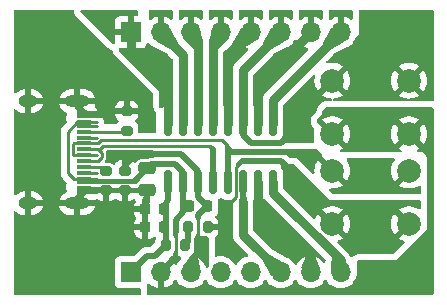
<source format=gbr>
%TF.GenerationSoftware,KiCad,Pcbnew,7.0.11-2.fc39*%
%TF.CreationDate,2024-03-15T18:09:56-07:00*%
%TF.ProjectId,ch552_usbc,63683535-325f-4757-9362-632e6b696361,rev?*%
%TF.SameCoordinates,PX791ddc0PY5563218*%
%TF.FileFunction,Copper,L2,Bot*%
%TF.FilePolarity,Positive*%
%FSLAX46Y46*%
G04 Gerber Fmt 4.6, Leading zero omitted, Abs format (unit mm)*
G04 Created by KiCad (PCBNEW 7.0.11-2.fc39) date 2024-03-15 18:09:56*
%MOMM*%
%LPD*%
G01*
G04 APERTURE LIST*
G04 Aperture macros list*
%AMRoundRect*
0 Rectangle with rounded corners*
0 $1 Rounding radius*
0 $2 $3 $4 $5 $6 $7 $8 $9 X,Y pos of 4 corners*
0 Add a 4 corners polygon primitive as box body*
4,1,4,$2,$3,$4,$5,$6,$7,$8,$9,$2,$3,0*
0 Add four circle primitives for the rounded corners*
1,1,$1+$1,$2,$3*
1,1,$1+$1,$4,$5*
1,1,$1+$1,$6,$7*
1,1,$1+$1,$8,$9*
0 Add four rect primitives between the rounded corners*
20,1,$1+$1,$2,$3,$4,$5,0*
20,1,$1+$1,$4,$5,$6,$7,0*
20,1,$1+$1,$6,$7,$8,$9,0*
20,1,$1+$1,$8,$9,$2,$3,0*%
G04 Aperture macros list end*
%TA.AperFunction,SMDPad,CuDef*%
%ADD10RoundRect,0.200000X-0.275000X0.200000X-0.275000X-0.200000X0.275000X-0.200000X0.275000X0.200000X0*%
%TD*%
%TA.AperFunction,SMDPad,CuDef*%
%ADD11RoundRect,0.200000X0.275000X-0.200000X0.275000X0.200000X-0.275000X0.200000X-0.275000X-0.200000X0*%
%TD*%
%TA.AperFunction,SMDPad,CuDef*%
%ADD12R,1.150000X0.300000*%
%TD*%
%TA.AperFunction,ComponentPad*%
%ADD13O,1.600000X1.000000*%
%TD*%
%TA.AperFunction,ComponentPad*%
%ADD14O,2.100000X1.000000*%
%TD*%
%TA.AperFunction,ComponentPad*%
%ADD15R,1.700000X1.700000*%
%TD*%
%TA.AperFunction,ComponentPad*%
%ADD16O,1.700000X1.700000*%
%TD*%
%TA.AperFunction,ComponentPad*%
%ADD17C,2.000000*%
%TD*%
%TA.AperFunction,SMDPad,CuDef*%
%ADD18RoundRect,0.200000X0.200000X0.275000X-0.200000X0.275000X-0.200000X-0.275000X0.200000X-0.275000X0*%
%TD*%
%TA.AperFunction,SMDPad,CuDef*%
%ADD19RoundRect,0.225000X-0.225000X-0.250000X0.225000X-0.250000X0.225000X0.250000X-0.225000X0.250000X0*%
%TD*%
%TA.AperFunction,SMDPad,CuDef*%
%ADD20RoundRect,0.150000X-0.150000X0.825000X-0.150000X-0.825000X0.150000X-0.825000X0.150000X0.825000X0*%
%TD*%
%TA.AperFunction,SMDPad,CuDef*%
%ADD21RoundRect,0.225000X0.225000X0.250000X-0.225000X0.250000X-0.225000X-0.250000X0.225000X-0.250000X0*%
%TD*%
%TA.AperFunction,SMDPad,CuDef*%
%ADD22RoundRect,0.250000X-0.475000X0.250000X-0.475000X-0.250000X0.475000X-0.250000X0.475000X0.250000X0*%
%TD*%
%TA.AperFunction,Conductor*%
%ADD23C,0.500000*%
%TD*%
%TA.AperFunction,Conductor*%
%ADD24C,0.400000*%
%TD*%
%TA.AperFunction,Conductor*%
%ADD25C,0.250000*%
%TD*%
%TA.AperFunction,Conductor*%
%ADD26C,0.450000*%
%TD*%
%TA.AperFunction,Conductor*%
%ADD27C,0.750000*%
%TD*%
G04 APERTURE END LIST*
D10*
%TO.P,NT1,2,2*%
%TO.N,GND*%
X9436000Y-15290000D03*
%TO.P,NT1,1,1*%
%TO.N,GNDD*%
X9436000Y-13640000D03*
%TD*%
%TO.P,R3,2*%
%TO.N,GND*%
X7836000Y-15290000D03*
%TO.P,R3,1*%
%TO.N,Net-(J1-CC1)*%
X7836000Y-13640000D03*
%TD*%
D11*
%TO.P,R4,2*%
%TO.N,GND*%
X9586000Y-8590000D03*
%TO.P,R4,1*%
%TO.N,Net-(J1-CC2)*%
X9586000Y-10240000D03*
%TD*%
D12*
%TO.P,J1,A1,GND*%
%TO.N,GND*%
X5956000Y-15415000D03*
%TO.P,J1,A4,VBUS*%
%TO.N,+5V*%
X5956000Y-14615000D03*
%TO.P,J1,A5,CC1*%
%TO.N,Net-(J1-CC1)*%
X5956000Y-13315000D03*
%TO.P,J1,A6,D+*%
%TO.N,/USB_DP*%
X5956000Y-12315000D03*
%TO.P,J1,A7,D-*%
%TO.N,/USB_DN*%
X5956000Y-11815000D03*
%TO.P,J1,A8,SBU1*%
%TO.N,unconnected-(J1-SBU1-PadA8)*%
X5956000Y-10815000D03*
%TO.P,J1,A9,VBUS*%
%TO.N,+5V*%
X5956000Y-9515000D03*
%TO.P,J1,A12,GND*%
%TO.N,GND*%
X5956000Y-8715000D03*
%TO.P,J1,B1,GND*%
X5956000Y-9015000D03*
%TO.P,J1,B4,VBUS*%
%TO.N,+5V*%
X5956000Y-9815000D03*
%TO.P,J1,B5,CC2*%
%TO.N,Net-(J1-CC2)*%
X5956000Y-10315000D03*
%TO.P,J1,B6,D+*%
%TO.N,/USB_DP*%
X5956000Y-11315000D03*
%TO.P,J1,B7,D-*%
%TO.N,/USB_DN*%
X5956000Y-12815000D03*
%TO.P,J1,B8,SBU2*%
%TO.N,unconnected-(J1-SBU2-PadB8)*%
X5956000Y-13815000D03*
%TO.P,J1,B9,VBUS*%
%TO.N,+5V*%
X5956000Y-14315000D03*
%TO.P,J1,B12,GND*%
%TO.N,GND*%
X5956000Y-15115000D03*
D13*
%TO.P,J1,S1,SHIELD*%
X1211000Y-16385000D03*
D14*
X5391000Y-16385000D03*
X5391000Y-7745000D03*
D13*
X1211000Y-7745000D03*
%TD*%
D15*
%TO.P,J4,1,Pin_1*%
%TO.N,+3V3*%
X9907000Y-22224000D03*
D16*
%TO.P,J4,2,Pin_2*%
%TO.N,+5V*%
X12447000Y-22224000D03*
%TO.P,J4,3,Pin_3*%
%TO.N,GNDD*%
X14987000Y-22224000D03*
%TO.P,J4,4,Pin_4*%
%TO.N,unconnected-(J4-Pin_4-Pad4)*%
X17527000Y-22224000D03*
%TO.P,J4,5,Pin_5*%
%TO.N,unconnected-(J4-Pin_5-Pad5)*%
X20067000Y-22224000D03*
%TO.P,J4,6,Pin_6*%
%TO.N,Net-(J4-Pin_6)*%
X22607000Y-22224000D03*
%TO.P,J4,7,Pin_7*%
%TO.N,Net-(J4-Pin_7)*%
X25147000Y-22224000D03*
%TO.P,J4,8,Pin_8*%
%TO.N,Net-(J4-Pin_8)*%
X27687000Y-22224000D03*
%TD*%
D15*
%TO.P,J3,1,Pin_1*%
%TO.N,Net-(J3-Pin_1)*%
X9907000Y-1904000D03*
D16*
%TO.P,J3,2,Pin_2*%
%TO.N,Net-(J3-Pin_2)*%
X12447000Y-1904000D03*
%TO.P,J3,3,Pin_3*%
%TO.N,Net-(J3-Pin_3)*%
X14987000Y-1904000D03*
%TO.P,J3,4,Pin_4*%
%TO.N,Net-(J3-Pin_4)*%
X17527000Y-1904000D03*
%TO.P,J3,5,Pin_5*%
%TO.N,Net-(J3-Pin_5)*%
X20067000Y-1904000D03*
%TO.P,J3,6,Pin_6*%
%TO.N,/RST*%
X22607000Y-1904000D03*
%TO.P,J3,7,Pin_7*%
%TO.N,Net-(J3-Pin_7)*%
X25147000Y-1904000D03*
%TO.P,J3,8,Pin_8*%
%TO.N,Net-(J3-Pin_8)*%
X27687000Y-1904000D03*
%TD*%
D17*
%TO.P,SW1,1,1*%
%TO.N,/RST*%
X33477000Y-6004000D03*
X26977000Y-6004000D03*
%TO.P,SW1,2,2*%
%TO.N,+5V*%
X33477000Y-10504000D03*
X26977000Y-10504000D03*
%TD*%
%TO.P,SW2,1,1*%
%TO.N,/USB_DP*%
X33477000Y-13624000D03*
X26977000Y-13624000D03*
%TO.P,SW2,2,2*%
%TO.N,Net-(R1-Pad1)*%
X33477000Y-18124000D03*
X26977000Y-18124000D03*
%TD*%
D18*
%TO.P,R1,1*%
%TO.N,Net-(R1-Pad1)*%
X16447000Y-18414000D03*
%TO.P,R1,2*%
%TO.N,Net-(R1-Pad2)*%
X14797000Y-18414000D03*
%TD*%
D19*
%TO.P,C3,1*%
%TO.N,+5V*%
X14834000Y-16636000D03*
%TO.P,C3,2*%
%TO.N,GNDD*%
X16384000Y-16636000D03*
%TD*%
D20*
%TO.P,U1,16,Pin_16*%
%TO.N,+3V3*%
X13082000Y-14604000D03*
%TO.P,U1,15,Pin_15*%
%TO.N,+5V*%
X14352000Y-14604000D03*
%TO.P,U1,14,Pin_14*%
%TO.N,GNDD*%
X15622000Y-14604000D03*
%TO.P,U1,13,Pin_13*%
%TO.N,/USB_DN*%
X16892000Y-14604000D03*
%TO.P,U1,12,Pin_12*%
%TO.N,/USB_DP*%
X18162000Y-14604000D03*
%TO.P,U1,11,Pin_11*%
%TO.N,Net-(J4-Pin_6)*%
X19432000Y-14604000D03*
%TO.P,U1,10,Pin_10*%
%TO.N,Net-(J4-Pin_7)*%
X20702000Y-14604000D03*
%TO.P,U1,9,Pin_9*%
%TO.N,Net-(J4-Pin_8)*%
X21972000Y-14604000D03*
%TO.P,U1,8,Pin_8*%
%TO.N,Net-(J3-Pin_8)*%
X21972000Y-9654000D03*
%TO.P,U1,7,Pin_7*%
%TO.N,Net-(J3-Pin_7)*%
X20702000Y-9654000D03*
%TO.P,U1,6,Pin_6*%
%TO.N,/RST*%
X19432000Y-9654000D03*
%TO.P,U1,5,Pin_5*%
%TO.N,Net-(J3-Pin_5)*%
X18162000Y-9654000D03*
%TO.P,U1,4,Pin_4*%
%TO.N,Net-(J3-Pin_4)*%
X16892000Y-9654000D03*
%TO.P,U1,3,Pin_3*%
%TO.N,Net-(J3-Pin_3)*%
X15622000Y-9654000D03*
%TO.P,U1,2,Pin_2*%
%TO.N,Net-(J3-Pin_2)*%
X14352000Y-9654000D03*
%TO.P,U1,1,Pin_1*%
%TO.N,Net-(J3-Pin_1)*%
X13082000Y-9654000D03*
%TD*%
D21*
%TO.P,C2,1*%
%TO.N,+3V3*%
X12713000Y-16891000D03*
%TO.P,C2,2*%
%TO.N,GND*%
X11163000Y-16891000D03*
%TD*%
%TO.P,C1,1*%
%TO.N,+3V3*%
X12713000Y-18415000D03*
%TO.P,C1,2*%
%TO.N,GND*%
X11163000Y-18415000D03*
%TD*%
D18*
%TO.P,R2,1*%
%TO.N,Net-(R1-Pad2)*%
X14541000Y-19939000D03*
%TO.P,R2,2*%
%TO.N,+3V3*%
X12891000Y-19939000D03*
%TD*%
D22*
%TO.P,C4,1*%
%TO.N,+5V*%
X11303000Y-13401000D03*
%TO.P,C4,2*%
%TO.N,GND*%
X11303000Y-15301000D03*
%TD*%
D23*
%TO.N,GNDD*%
X10346998Y-12215000D02*
X9436000Y-13125998D01*
X9436000Y-13125998D02*
X9436000Y-13640000D01*
X15622000Y-14604000D02*
X15622000Y-13629001D01*
X15622000Y-13629001D02*
X14207999Y-12215000D01*
X14207999Y-12215000D02*
X10346998Y-12215000D01*
D24*
%TO.N,GND*%
X9436000Y-15290000D02*
X11292000Y-15290000D01*
X11292000Y-15290000D02*
X11303000Y-15301000D01*
X7836000Y-15290000D02*
X9436000Y-15290000D01*
D23*
X7036000Y-15265000D02*
X7061000Y-15290000D01*
X7061000Y-15290000D02*
X7836000Y-15290000D01*
D25*
X7036000Y-9015000D02*
X7836000Y-9015000D01*
D23*
%TO.N,+5V*%
X11303000Y-13401000D02*
X10239000Y-14465000D01*
D26*
X10239000Y-14465000D02*
X8436000Y-14465000D01*
D25*
%TO.N,Net-(J1-CC1)*%
X5956000Y-13315000D02*
X7511000Y-13315000D01*
X7511000Y-13315000D02*
X7836000Y-13640000D01*
D23*
%TO.N,GND*%
X5391000Y-7745000D02*
X5391000Y-8150000D01*
X5391000Y-8150000D02*
X5956000Y-8715000D01*
X5391000Y-16385000D02*
X5391000Y-15980000D01*
X5391000Y-15980000D02*
X5956000Y-15415000D01*
%TO.N,+3V3*%
X9907000Y-22224000D02*
X11303000Y-20828000D01*
X13082000Y-16128000D02*
X13082000Y-14604000D01*
X11303000Y-20828000D02*
X11938000Y-20828000D01*
X11938000Y-20828000D02*
X12886000Y-19880000D01*
X12886000Y-19880000D02*
X12886000Y-16324000D01*
X12886000Y-16324000D02*
X13082000Y-16128000D01*
D25*
%TO.N,Net-(J1-CC2)*%
X5956000Y-10315000D02*
X9511000Y-10315000D01*
X9511000Y-10315000D02*
X9586000Y-10240000D01*
D26*
%TO.N,+5V*%
X8936000Y-14465000D02*
X7086000Y-14465000D01*
D25*
X5956000Y-14615000D02*
X5696000Y-14355000D01*
X5399528Y-9515000D02*
X5956000Y-9515000D01*
X5696000Y-14355000D02*
X5121000Y-14355000D01*
X5121000Y-14355000D02*
X4606000Y-13840000D01*
X4606000Y-13840000D02*
X4606000Y-10308528D01*
X4606000Y-10308528D02*
X5399528Y-9515000D01*
%TO.N,/USB_DN*%
X5956000Y-12815000D02*
X7172396Y-12815000D01*
X7172396Y-12815000D02*
X7486000Y-12501396D01*
X7486000Y-12128604D02*
X7172396Y-11815000D01*
X7486000Y-12501396D02*
X7486000Y-12128604D01*
X7172396Y-11815000D02*
X5956000Y-11815000D01*
%TO.N,/USB_DP*%
X5956000Y-11315000D02*
X5081000Y-11315000D01*
X5081000Y-11315000D02*
X5056000Y-11340000D01*
X5056000Y-11340000D02*
X5056000Y-12290000D01*
X5056000Y-12290000D02*
X5081000Y-12315000D01*
X5081000Y-12315000D02*
X5956000Y-12315000D01*
%TO.N,/USB_DN*%
X16892000Y-11810000D02*
X16596000Y-11514000D01*
X16596000Y-11514000D02*
X7609792Y-11514000D01*
X7609792Y-11514000D02*
X7308792Y-11815000D01*
X7308792Y-11815000D02*
X5956000Y-11815000D01*
%TO.N,/USB_DP*%
X18162000Y-13334000D02*
X18162000Y-11556000D01*
X18162000Y-11556000D02*
X17654000Y-11048000D01*
X17654000Y-11048000D02*
X7439396Y-11048000D01*
X7439396Y-11048000D02*
X7172396Y-11315000D01*
X7172396Y-11315000D02*
X5956000Y-11315000D01*
%TO.N,+5V*%
X7036000Y-14465000D02*
X7036000Y-14615000D01*
X7036000Y-14315000D02*
X7036000Y-14465000D01*
%TO.N,GND*%
X7036000Y-15265000D02*
X7036000Y-15415000D01*
X7036000Y-15115000D02*
X7036000Y-15265000D01*
X5956000Y-9015000D02*
X7036000Y-9015000D01*
X5956000Y-8715000D02*
X7036000Y-8715000D01*
%TO.N,+5V*%
X5956000Y-9815000D02*
X7036000Y-9815000D01*
X5956000Y-9515000D02*
X7036000Y-9515000D01*
%TO.N,unconnected-(J1-SBU1-PadA8)*%
X5956000Y-10815000D02*
X7036000Y-10815000D01*
%TO.N,GND*%
X5956000Y-15415000D02*
X7036000Y-15415000D01*
X5956000Y-15115000D02*
X7036000Y-15115000D01*
%TO.N,+5V*%
X5956000Y-14615000D02*
X7036000Y-14615000D01*
X5956000Y-14315000D02*
X7036000Y-14315000D01*
%TO.N,unconnected-(J1-SBU2-PadB8)*%
X5956000Y-13815000D02*
X7036000Y-13815000D01*
%TO.N,/USB_DP*%
X7036000Y-12315000D02*
X5956000Y-12315000D01*
%TO.N,GNDD*%
X15621000Y-17399000D02*
X15621000Y-19431000D01*
D23*
X16384000Y-16636000D02*
X15621000Y-17399000D01*
X15621000Y-19431000D02*
X15621000Y-20574000D01*
X16384000Y-16636000D02*
X15622000Y-15874000D01*
X14987000Y-21208000D02*
X14987000Y-22224000D01*
X15622000Y-15874000D02*
X15622000Y-14604000D01*
%TO.N,GND*%
X11163000Y-16891000D02*
X11163000Y-16396000D01*
X11303000Y-16256000D02*
X11303000Y-15301000D01*
%TO.N,GNDD*%
X15621000Y-20574000D02*
X15522000Y-20673000D01*
%TO.N,GND*%
X11163000Y-16396000D02*
X11303000Y-16256000D01*
%TO.N,GNDD*%
X15522000Y-20673000D02*
X14987000Y-21208000D01*
D25*
%TO.N,+5V*%
X13716000Y-20953000D02*
X13716000Y-18797000D01*
D23*
X14352000Y-17145000D02*
X13717000Y-17780000D01*
D25*
X12447000Y-22224000D02*
X12447000Y-24004000D01*
X13716000Y-18797000D02*
X13717000Y-18796000D01*
D23*
X11637000Y-13067000D02*
X11303000Y-13401000D01*
X14352000Y-13715000D02*
X13704000Y-13067000D01*
X33493000Y-10504000D02*
X35116500Y-12127500D01*
X13704000Y-13067000D02*
X11637000Y-13067000D01*
D25*
X35116500Y-18604500D02*
X35116500Y-12127500D01*
X29717000Y-24004000D02*
X35116500Y-18604500D01*
X13717000Y-20954000D02*
X13716000Y-20953000D01*
X14352000Y-14604000D02*
X14352000Y-13715000D01*
D23*
X13717000Y-17780000D02*
X13717000Y-18796000D01*
X13717000Y-20954000D02*
X12447000Y-22224000D01*
D25*
X33477000Y-10504000D02*
X33493000Y-10504000D01*
X12447000Y-24004000D02*
X29717000Y-24004000D01*
D23*
X14352000Y-14604000D02*
X14352000Y-17145000D01*
D27*
%TO.N,Net-(J3-Pin_8)*%
X21972000Y-7619000D02*
X27687000Y-1904000D01*
X21972000Y-9654000D02*
X21972000Y-7619000D01*
%TO.N,Net-(J3-Pin_7)*%
X20702000Y-9654000D02*
X20702000Y-6349000D01*
X20702000Y-6349000D02*
X25147000Y-1904000D01*
%TO.N,Net-(J3-Pin_5)*%
X20067000Y-1904000D02*
X18162000Y-3809000D01*
X18162000Y-3809000D02*
X18162000Y-9654000D01*
D25*
X18162000Y-10413000D02*
X18162000Y-9654000D01*
D27*
%TO.N,Net-(J3-Pin_4)*%
X16892000Y-9654000D02*
X16892000Y-2539000D01*
X16892000Y-2539000D02*
X17527000Y-1904000D01*
%TO.N,/RST*%
X19432000Y-9654000D02*
X19432000Y-5079000D01*
D23*
X19432000Y-9654000D02*
X19432000Y-10605000D01*
X25401000Y-8508000D02*
X25401000Y-7580000D01*
X19432000Y-10605000D02*
X20129000Y-11302000D01*
D27*
X19432000Y-5079000D02*
X22607000Y-1904000D01*
D23*
X22607000Y-11302000D02*
X25401000Y-8508000D01*
X25401000Y-7580000D02*
X26977000Y-6004000D01*
X20129000Y-11302000D02*
X22607000Y-11302000D01*
D27*
%TO.N,Net-(J3-Pin_3)*%
X15622000Y-9654000D02*
X15622000Y-2539000D01*
X15622000Y-2539000D02*
X14987000Y-1904000D01*
%TO.N,Net-(J3-Pin_2)*%
X14352000Y-9654000D02*
X14352000Y-3809000D01*
X14352000Y-3809000D02*
X12447000Y-1904000D01*
%TO.N,Net-(J3-Pin_1)*%
X13082000Y-9654000D02*
X13082000Y-6349000D01*
X10415000Y-3682000D02*
X10161000Y-3682000D01*
X10161000Y-3682000D02*
X9907000Y-3428000D01*
X9907000Y-3428000D02*
X9907000Y-1904000D01*
X13082000Y-6349000D02*
X10415000Y-3682000D01*
%TO.N,Net-(J4-Pin_8)*%
X21972000Y-15493000D02*
X21972000Y-14604000D01*
X27687000Y-22224000D02*
X27687000Y-21208000D01*
X27687000Y-21208000D02*
X21972000Y-15493000D01*
%TO.N,Net-(J4-Pin_7)*%
X25147000Y-22224000D02*
X25147000Y-20700000D01*
X25147000Y-20700000D02*
X20702000Y-16255000D01*
X20702000Y-16255000D02*
X20702000Y-14604000D01*
%TO.N,Net-(J4-Pin_6)*%
X19432000Y-19049000D02*
X19432000Y-16382000D01*
D23*
X19432000Y-16382000D02*
X19432000Y-14604000D01*
D27*
X22607000Y-22224000D02*
X19432000Y-19049000D01*
D25*
%TO.N,/USB_DP*%
X32115000Y-14986000D02*
X32004000Y-14986000D01*
D23*
X18162000Y-13334000D02*
X18162000Y-12064000D01*
D25*
X25417000Y-12064000D02*
X26977000Y-13624000D01*
D23*
X18162000Y-14604000D02*
X18162000Y-13334000D01*
D25*
X33477000Y-13624000D02*
X32115000Y-14986000D01*
D23*
X18162000Y-12064000D02*
X25417000Y-12064000D01*
%TO.N,/USB_DN*%
X16892000Y-14604000D02*
X16892000Y-11810000D01*
%TO.N,Net-(R1-Pad1)*%
X26557000Y-17704000D02*
X26977000Y-17704000D01*
D25*
X18797000Y-13334000D02*
X19305000Y-12826000D01*
X16447000Y-18414000D02*
X17527000Y-18414000D01*
X18797000Y-15874000D02*
X18797000Y-13334000D01*
X17622000Y-17049000D02*
X18797000Y-15874000D01*
X17622000Y-18319000D02*
X17622000Y-17049000D01*
D23*
X19305000Y-12826000D02*
X22607000Y-12826000D01*
X22607000Y-12826000D02*
X23115000Y-13334000D01*
X23115000Y-13334000D02*
X23115000Y-14262000D01*
D25*
X17527000Y-18414000D02*
X17622000Y-18319000D01*
X26977000Y-17704000D02*
X26977000Y-18124000D01*
D23*
X23115000Y-14262000D02*
X26557000Y-17704000D01*
%TO.N,Net-(R1-Pad2)*%
X14491000Y-19926000D02*
X14797000Y-19620000D01*
X14797000Y-19620000D02*
X14797000Y-18414000D01*
X14491000Y-19939000D02*
X14491000Y-19926000D01*
%TD*%
%TA.AperFunction,Conductor*%
%TO.N,GND*%
G36*
X5078900Y-20185D02*
G01*
X5124655Y-72989D01*
X5135545Y-115654D01*
X5145748Y-258310D01*
X5196030Y-393119D01*
X5229515Y-454442D01*
X5315739Y-569623D01*
X5315743Y-569627D01*
X5315748Y-569633D01*
X5805616Y-1059500D01*
X7405616Y-2659500D01*
X7987853Y-3241738D01*
X7987877Y-3241761D01*
X8000839Y-3254270D01*
X8007317Y-3260302D01*
X8020765Y-3272383D01*
X8141805Y-3350170D01*
X8141810Y-3350172D01*
X8141815Y-3350175D01*
X8170528Y-3363287D01*
X8204911Y-3378989D01*
X8205348Y-3379191D01*
X8205359Y-3379194D01*
X8205361Y-3379195D01*
X8205364Y-3379197D01*
X8311111Y-3410245D01*
X8369888Y-3448018D01*
X8395273Y-3503601D01*
X8397364Y-3503147D01*
X8399248Y-3511810D01*
X8449530Y-3646619D01*
X8483015Y-3707942D01*
X8569239Y-3823123D01*
X8569243Y-3823127D01*
X8569248Y-3823133D01*
X11777181Y-7031065D01*
X11810666Y-7092388D01*
X11813500Y-7118746D01*
X11813500Y-8223417D01*
X11813820Y-8241399D01*
X11814139Y-8250315D01*
X11815103Y-8268301D01*
X11815105Y-8268316D01*
X11845686Y-8408892D01*
X11845688Y-8408899D01*
X11852176Y-8426293D01*
X11870105Y-8474364D01*
X11870107Y-8474368D01*
X11912565Y-8552123D01*
X11939056Y-8600638D01*
X12028683Y-8690268D01*
X12062167Y-8751591D01*
X12065000Y-8777947D01*
X12065000Y-10298500D01*
X12045315Y-10365539D01*
X11992511Y-10411294D01*
X11941000Y-10422500D01*
X10685500Y-10422500D01*
X10618461Y-10402815D01*
X10572706Y-10350011D01*
X10561500Y-10298500D01*
X10561500Y-9983386D01*
X10555086Y-9912807D01*
X10555086Y-9912804D01*
X10504478Y-9750394D01*
X10416472Y-9604815D01*
X10416470Y-9604813D01*
X10416469Y-9604811D01*
X10313984Y-9502326D01*
X10280499Y-9441003D01*
X10285483Y-9371311D01*
X10313985Y-9326963D01*
X10416071Y-9224878D01*
X10416072Y-9224877D01*
X10504019Y-9079395D01*
X10554590Y-8917106D01*
X10561000Y-8846572D01*
X10561000Y-8840000D01*
X8611001Y-8840000D01*
X8611001Y-8846582D01*
X8617408Y-8917102D01*
X8617409Y-8917107D01*
X8667981Y-9079396D01*
X8755927Y-9224877D01*
X8858015Y-9326965D01*
X8891500Y-9388288D01*
X8886516Y-9457980D01*
X8858015Y-9502327D01*
X8755531Y-9604810D01*
X8755528Y-9604814D01*
X8740514Y-9629651D01*
X8688986Y-9676838D01*
X8634398Y-9689500D01*
X7788785Y-9689500D01*
X7721746Y-9669815D01*
X7675991Y-9617011D01*
X7665890Y-9562363D01*
X7665717Y-9562374D01*
X7665626Y-9560936D01*
X7665030Y-9557709D01*
X7665224Y-9554598D01*
X7665227Y-9554588D01*
X7655304Y-9396862D01*
X7606467Y-9246559D01*
X7521786Y-9113123D01*
X7406582Y-9004938D01*
X7406579Y-9004936D01*
X7406577Y-9004934D01*
X7268095Y-8928804D01*
X7268087Y-8928801D01*
X7115021Y-8889500D01*
X7115019Y-8889500D01*
X7106862Y-8889500D01*
X7039823Y-8869815D01*
X7033848Y-8865000D01*
X6590167Y-8865000D01*
X6582188Y-8864572D01*
X6582183Y-8864678D01*
X6578879Y-8864500D01*
X6578873Y-8864500D01*
X6578866Y-8864500D01*
X5930000Y-8864500D01*
X5862961Y-8844815D01*
X5817206Y-8792011D01*
X5806000Y-8740500D01*
X5806000Y-8689000D01*
X5825685Y-8621961D01*
X5878489Y-8576206D01*
X5930000Y-8565000D01*
X7031000Y-8565000D01*
X7031000Y-8517172D01*
X7030999Y-8517155D01*
X7024598Y-8457627D01*
X7024596Y-8457620D01*
X6980727Y-8340000D01*
X8611000Y-8340000D01*
X9336000Y-8340000D01*
X9336000Y-7690000D01*
X9836000Y-7690000D01*
X9836000Y-8340000D01*
X10560999Y-8340000D01*
X10560999Y-8333417D01*
X10554591Y-8262897D01*
X10554590Y-8262892D01*
X10504018Y-8100603D01*
X10416072Y-7955122D01*
X10295877Y-7834927D01*
X10150395Y-7746980D01*
X10150396Y-7746980D01*
X9988105Y-7696409D01*
X9988106Y-7696409D01*
X9917572Y-7690000D01*
X9836000Y-7690000D01*
X9336000Y-7690000D01*
X9335999Y-7689999D01*
X9254417Y-7690000D01*
X9183897Y-7696408D01*
X9183892Y-7696409D01*
X9021603Y-7746981D01*
X8876122Y-7834927D01*
X8755927Y-7955122D01*
X8667980Y-8100604D01*
X8617409Y-8262893D01*
X8611000Y-8333427D01*
X8611000Y-8340000D01*
X6980727Y-8340000D01*
X6974354Y-8322913D01*
X6974350Y-8322906D01*
X6897202Y-8219850D01*
X6872784Y-8154386D01*
X6883247Y-8100675D01*
X6881404Y-8099993D01*
X6883588Y-8094095D01*
X6909246Y-7995000D01*
X6107111Y-7995000D01*
X6146610Y-7970543D01*
X6214201Y-7881038D01*
X6244895Y-7773160D01*
X6234546Y-7661479D01*
X6184552Y-7561078D01*
X6112069Y-7495000D01*
X6914366Y-7495000D01*
X6914068Y-7493053D01*
X6914066Y-7493047D01*
X6843437Y-7302342D01*
X6843434Y-7302335D01*
X6735850Y-7129732D01*
X6595735Y-6982331D01*
X6595733Y-6982330D01*
X6428804Y-6866143D01*
X6241907Y-6785940D01*
X6042690Y-6745000D01*
X5641000Y-6745000D01*
X5641000Y-7445000D01*
X5141000Y-7445000D01*
X5141000Y-6745000D01*
X4790287Y-6745000D01*
X4638661Y-6760418D01*
X4444618Y-6821299D01*
X4444608Y-6821304D01*
X4266784Y-6920005D01*
X4266783Y-6920005D01*
X4112469Y-7052478D01*
X4112468Y-7052479D01*
X3987981Y-7213304D01*
X3898411Y-7395906D01*
X3872754Y-7495000D01*
X4674889Y-7495000D01*
X4635390Y-7519457D01*
X4567799Y-7608962D01*
X4537105Y-7716840D01*
X4547454Y-7828521D01*
X4597448Y-7928922D01*
X4669931Y-7995000D01*
X3867634Y-7995000D01*
X3867931Y-7996946D01*
X3867933Y-7996952D01*
X3938562Y-8187657D01*
X3938565Y-8187664D01*
X4046149Y-8360267D01*
X4186264Y-8507668D01*
X4186266Y-8507669D01*
X4353195Y-8623856D01*
X4474722Y-8676007D01*
X4528566Y-8720534D01*
X4549789Y-8787102D01*
X4531654Y-8854577D01*
X4530139Y-8856996D01*
X4521901Y-8869815D01*
X4454022Y-8975439D01*
X4454021Y-8975440D01*
X4454020Y-8975443D01*
X4415500Y-9106632D01*
X4415500Y-9243367D01*
X4454021Y-9374559D01*
X4478774Y-9413077D01*
X4498458Y-9480117D01*
X4478772Y-9547156D01*
X4462139Y-9567796D01*
X4222208Y-9807727D01*
X4209951Y-9817548D01*
X4210134Y-9817769D01*
X4204122Y-9822742D01*
X4158098Y-9871751D01*
X4155391Y-9874544D01*
X4135889Y-9894045D01*
X4135875Y-9894062D01*
X4133407Y-9897243D01*
X4125843Y-9906098D01*
X4095937Y-9937946D01*
X4095936Y-9937948D01*
X4086284Y-9955504D01*
X4075610Y-9971754D01*
X4063329Y-9987589D01*
X4063324Y-9987596D01*
X4045975Y-10027686D01*
X4040838Y-10038172D01*
X4019803Y-10076434D01*
X4014822Y-10095835D01*
X4008521Y-10114238D01*
X4000562Y-10132630D01*
X4000561Y-10132633D01*
X3993728Y-10175771D01*
X3991360Y-10187202D01*
X3980501Y-10229499D01*
X3980500Y-10229510D01*
X3980500Y-10249544D01*
X3978973Y-10268943D01*
X3975840Y-10288722D01*
X3975840Y-10288723D01*
X3979950Y-10332202D01*
X3980500Y-10343871D01*
X3980500Y-13757255D01*
X3978775Y-13772872D01*
X3979061Y-13772899D01*
X3978326Y-13780665D01*
X3980439Y-13847872D01*
X3980500Y-13851767D01*
X3980500Y-13879357D01*
X3981003Y-13883335D01*
X3981918Y-13894967D01*
X3983290Y-13938624D01*
X3983291Y-13938627D01*
X3988880Y-13957867D01*
X3992824Y-13976911D01*
X3995336Y-13996792D01*
X4011414Y-14037403D01*
X4015197Y-14048452D01*
X4027381Y-14090388D01*
X4037580Y-14107634D01*
X4046138Y-14125103D01*
X4053514Y-14143732D01*
X4079181Y-14179060D01*
X4085593Y-14188821D01*
X4107828Y-14226417D01*
X4107833Y-14226424D01*
X4121990Y-14240580D01*
X4134628Y-14255376D01*
X4146405Y-14271586D01*
X4146406Y-14271587D01*
X4180057Y-14299425D01*
X4188698Y-14307288D01*
X4454890Y-14573481D01*
X4488375Y-14634804D01*
X4483391Y-14704496D01*
X4471527Y-14728198D01*
X4454022Y-14755436D01*
X4454020Y-14755441D01*
X4415500Y-14886632D01*
X4415500Y-15023367D01*
X4454020Y-15154557D01*
X4454021Y-15154559D01*
X4454022Y-15154561D01*
X4527945Y-15269589D01*
X4527946Y-15269590D01*
X4528639Y-15270668D01*
X4548323Y-15337708D01*
X4528638Y-15404747D01*
X4475834Y-15450502D01*
X4461448Y-15456019D01*
X4444617Y-15461300D01*
X4444608Y-15461304D01*
X4266784Y-15560005D01*
X4266783Y-15560005D01*
X4112469Y-15692478D01*
X4112468Y-15692479D01*
X3987981Y-15853304D01*
X3898411Y-16035906D01*
X3872754Y-16135000D01*
X4674889Y-16135000D01*
X4635390Y-16159457D01*
X4567799Y-16248962D01*
X4537105Y-16356840D01*
X4547454Y-16468521D01*
X4597448Y-16568922D01*
X4669931Y-16635000D01*
X3867634Y-16635000D01*
X3867931Y-16636946D01*
X3867933Y-16636952D01*
X3938562Y-16827657D01*
X3938565Y-16827664D01*
X4046149Y-17000267D01*
X4186264Y-17147668D01*
X4186266Y-17147669D01*
X4353195Y-17263856D01*
X4540092Y-17344059D01*
X4739310Y-17385000D01*
X5141000Y-17385000D01*
X5141000Y-16685000D01*
X5641000Y-16685000D01*
X5641000Y-17385000D01*
X5991713Y-17385000D01*
X6143338Y-17369581D01*
X6337381Y-17308700D01*
X6337391Y-17308695D01*
X6515215Y-17209994D01*
X6515216Y-17209994D01*
X6669530Y-17077521D01*
X6669531Y-17077520D01*
X6794018Y-16916695D01*
X6883588Y-16734093D01*
X6909246Y-16635000D01*
X6107111Y-16635000D01*
X6146610Y-16610543D01*
X6214201Y-16521038D01*
X6244895Y-16413160D01*
X6234546Y-16301479D01*
X6184552Y-16201078D01*
X6112069Y-16135000D01*
X6914367Y-16135000D01*
X6920416Y-16127952D01*
X6926390Y-16083500D01*
X6971655Y-16030275D01*
X7038510Y-16009972D01*
X7105728Y-16029037D01*
X7120141Y-16040542D01*
X7120217Y-16040446D01*
X7126122Y-16045072D01*
X7271604Y-16133019D01*
X7271603Y-16133019D01*
X7433894Y-16183590D01*
X7433892Y-16183590D01*
X7504418Y-16189999D01*
X7585999Y-16189998D01*
X7586000Y-16189998D01*
X7586000Y-15540000D01*
X8086000Y-15540000D01*
X8086000Y-16189999D01*
X8167581Y-16189999D01*
X8238102Y-16183591D01*
X8238107Y-16183590D01*
X8400396Y-16133018D01*
X8545873Y-16045074D01*
X8548313Y-16042635D01*
X8550544Y-16041416D01*
X8551783Y-16040446D01*
X8551944Y-16040651D01*
X8609634Y-16009146D01*
X8679326Y-16014126D01*
X8723687Y-16042635D01*
X8726126Y-16045074D01*
X8871604Y-16133019D01*
X8871603Y-16133019D01*
X9033894Y-16183590D01*
X9033892Y-16183590D01*
X9104418Y-16189999D01*
X9185999Y-16189998D01*
X9186000Y-16189998D01*
X9186000Y-15540000D01*
X9686000Y-15540000D01*
X9686000Y-16189999D01*
X9767581Y-16189999D01*
X9838102Y-16183591D01*
X9838107Y-16183590D01*
X10000398Y-16133018D01*
X10134744Y-16051802D01*
X10202299Y-16033965D01*
X10268773Y-16055482D01*
X10286576Y-16070237D01*
X10311044Y-16094705D01*
X10344529Y-16156028D01*
X10339545Y-16225720D01*
X10328902Y-16247483D01*
X10276454Y-16332513D01*
X10276452Y-16332518D01*
X10223144Y-16493393D01*
X10213000Y-16592677D01*
X10213000Y-16641000D01*
X10913000Y-16641000D01*
X10913000Y-15997000D01*
X10932685Y-15929961D01*
X10985489Y-15884206D01*
X11037000Y-15873000D01*
X11053000Y-15873000D01*
X11053000Y-15551000D01*
X10097362Y-15551000D01*
X10059901Y-15540000D01*
X9686000Y-15540000D01*
X9186000Y-15540000D01*
X8086000Y-15540000D01*
X7586000Y-15540000D01*
X7064590Y-15540000D01*
X7023996Y-15562166D01*
X6997638Y-15565000D01*
X5930000Y-15565000D01*
X5862961Y-15545315D01*
X5817206Y-15492511D01*
X5806000Y-15441000D01*
X5806000Y-15389499D01*
X5825685Y-15322460D01*
X5878489Y-15276705D01*
X5929997Y-15265499D01*
X6578872Y-15265499D01*
X6578872Y-15265498D01*
X6582196Y-15265321D01*
X6582201Y-15265426D01*
X6590163Y-15265000D01*
X6827826Y-15265000D01*
X6867504Y-15243334D01*
X6893862Y-15240500D01*
X6965153Y-15240500D01*
X6988385Y-15242696D01*
X6989989Y-15243001D01*
X6996412Y-15244227D01*
X6996413Y-15244226D01*
X6996414Y-15244227D01*
X7051759Y-15240745D01*
X7059545Y-15240500D01*
X7075342Y-15240500D01*
X7075350Y-15240500D01*
X7091071Y-15238513D01*
X7098735Y-15237789D01*
X7154138Y-15234304D01*
X7161905Y-15231780D01*
X7184680Y-15226688D01*
X7192792Y-15225664D01*
X7244396Y-15205231D01*
X7251673Y-15202611D01*
X7270280Y-15196566D01*
X7308589Y-15190500D01*
X8351201Y-15190500D01*
X10010829Y-15190500D01*
X10036281Y-15193850D01*
X10036287Y-15193815D01*
X10038757Y-15194176D01*
X10042921Y-15194725D01*
X10043429Y-15194861D01*
X10043431Y-15194861D01*
X10043433Y-15194862D01*
X10217023Y-15220289D01*
X10391797Y-15204999D01*
X10558334Y-15149814D01*
X10641530Y-15098498D01*
X10688608Y-15069461D01*
X10753704Y-15051000D01*
X11429000Y-15051000D01*
X11496039Y-15070685D01*
X11541794Y-15123489D01*
X11553000Y-15175000D01*
X11553000Y-16220000D01*
X11533315Y-16287039D01*
X11480511Y-16332794D01*
X11429000Y-16344000D01*
X11413000Y-16344000D01*
X11413000Y-19389999D01*
X11436308Y-19389999D01*
X11436322Y-19389998D01*
X11535607Y-19379855D01*
X11696481Y-19326547D01*
X11696492Y-19326542D01*
X11840731Y-19237573D01*
X11849959Y-19228345D01*
X11911279Y-19194856D01*
X11980971Y-19199835D01*
X12025327Y-19228339D01*
X12025493Y-19228505D01*
X12058978Y-19289828D01*
X12053994Y-19359520D01*
X12050203Y-19367373D01*
X12050601Y-19367552D01*
X12047524Y-19374388D01*
X11996913Y-19536807D01*
X11990500Y-19607386D01*
X11990500Y-19662770D01*
X11970815Y-19729809D01*
X11954181Y-19750451D01*
X11663451Y-20041181D01*
X11602128Y-20074666D01*
X11575770Y-20077500D01*
X11366705Y-20077500D01*
X11348735Y-20076191D01*
X11324972Y-20072710D01*
X11278642Y-20076764D01*
X11275632Y-20077028D01*
X11264826Y-20077500D01*
X11259282Y-20077500D01*
X11228488Y-20081099D01*
X11224905Y-20081465D01*
X11150200Y-20088001D01*
X11143134Y-20089461D01*
X11143122Y-20089404D01*
X11135753Y-20091038D01*
X11135767Y-20091095D01*
X11128739Y-20092760D01*
X11058271Y-20118408D01*
X11054867Y-20119591D01*
X10983668Y-20143184D01*
X10977122Y-20146237D01*
X10977097Y-20146185D01*
X10970308Y-20149471D01*
X10970334Y-20149522D01*
X10963886Y-20152760D01*
X10901228Y-20193970D01*
X10898191Y-20195905D01*
X10834344Y-20235288D01*
X10828677Y-20239769D01*
X10828641Y-20239723D01*
X10822798Y-20244484D01*
X10822835Y-20244528D01*
X10817310Y-20249164D01*
X10765848Y-20303709D01*
X10763336Y-20306294D01*
X10232449Y-20837181D01*
X10171126Y-20870666D01*
X10144768Y-20873500D01*
X9009129Y-20873500D01*
X9009123Y-20873501D01*
X8949516Y-20879908D01*
X8814671Y-20930202D01*
X8814664Y-20930206D01*
X8699455Y-21016452D01*
X8699452Y-21016455D01*
X8613206Y-21131664D01*
X8613202Y-21131671D01*
X8562908Y-21266517D01*
X8556501Y-21326116D01*
X8556500Y-21326135D01*
X8556500Y-23121870D01*
X8556501Y-23121876D01*
X8562908Y-23181483D01*
X8613202Y-23316328D01*
X8613206Y-23316335D01*
X8699452Y-23431544D01*
X8699455Y-23431547D01*
X8814664Y-23517793D01*
X8814671Y-23517797D01*
X8949517Y-23568091D01*
X8949516Y-23568091D01*
X8956444Y-23568835D01*
X9009127Y-23574500D01*
X10673500Y-23574499D01*
X10740539Y-23594184D01*
X10786294Y-23646987D01*
X10797500Y-23698499D01*
X10797500Y-24005500D01*
X10777815Y-24072539D01*
X10725011Y-24118294D01*
X10673500Y-24129500D01*
X124500Y-24129500D01*
X57461Y-24109815D01*
X11706Y-24057011D01*
X500Y-24005500D01*
X500Y-18665000D01*
X10213001Y-18665000D01*
X10213001Y-18713322D01*
X10223144Y-18812607D01*
X10276452Y-18973481D01*
X10276457Y-18973492D01*
X10365424Y-19117728D01*
X10365427Y-19117732D01*
X10485267Y-19237572D01*
X10485271Y-19237575D01*
X10629507Y-19326542D01*
X10629518Y-19326547D01*
X10790393Y-19379855D01*
X10889683Y-19389999D01*
X10913000Y-19389998D01*
X10913000Y-18665000D01*
X10213001Y-18665000D01*
X500Y-18665000D01*
X500Y-18165000D01*
X10213000Y-18165000D01*
X10913000Y-18165000D01*
X10913000Y-17141000D01*
X10213001Y-17141000D01*
X10213001Y-17189322D01*
X10223144Y-17288607D01*
X10276452Y-17449481D01*
X10276457Y-17449492D01*
X10361831Y-17587903D01*
X10380272Y-17655295D01*
X10361831Y-17718097D01*
X10276457Y-17856507D01*
X10276452Y-17856518D01*
X10223144Y-18017393D01*
X10213000Y-18116677D01*
X10213000Y-18165000D01*
X500Y-18165000D01*
X500Y-17189031D01*
X20185Y-17121992D01*
X72989Y-17076237D01*
X142147Y-17066293D01*
X205703Y-17095318D01*
X214375Y-17103599D01*
X256268Y-17147671D01*
X423195Y-17263856D01*
X610092Y-17344059D01*
X809310Y-17385000D01*
X961000Y-17385000D01*
X961000Y-16685000D01*
X1461000Y-16685000D01*
X1461000Y-17385000D01*
X1561713Y-17385000D01*
X1713338Y-17369581D01*
X1907381Y-17308700D01*
X1907391Y-17308695D01*
X2085215Y-17209994D01*
X2085216Y-17209994D01*
X2239530Y-17077521D01*
X2239531Y-17077520D01*
X2364018Y-16916695D01*
X2453588Y-16734093D01*
X2479246Y-16635000D01*
X1677111Y-16635000D01*
X1716610Y-16610543D01*
X1784201Y-16521038D01*
X1814895Y-16413160D01*
X1804546Y-16301479D01*
X1754552Y-16201078D01*
X1682069Y-16135000D01*
X2484366Y-16135000D01*
X2484068Y-16133053D01*
X2484066Y-16133047D01*
X2413437Y-15942342D01*
X2413434Y-15942335D01*
X2305850Y-15769732D01*
X2165735Y-15622331D01*
X2165733Y-15622330D01*
X1998804Y-15506143D01*
X1811907Y-15425940D01*
X1612690Y-15385000D01*
X1461000Y-15385000D01*
X1461000Y-16085000D01*
X961000Y-16085000D01*
X961000Y-15385000D01*
X860287Y-15385000D01*
X708661Y-15400418D01*
X514618Y-15461299D01*
X514608Y-15461304D01*
X336787Y-15560003D01*
X205270Y-15672906D01*
X141581Y-15701637D01*
X72469Y-15691375D01*
X19876Y-15645377D01*
X500Y-15578819D01*
X500Y-8549031D01*
X20185Y-8481992D01*
X72989Y-8436237D01*
X142147Y-8426293D01*
X205703Y-8455318D01*
X214375Y-8463599D01*
X256268Y-8507671D01*
X423195Y-8623856D01*
X610092Y-8704059D01*
X809310Y-8745000D01*
X961000Y-8745000D01*
X961000Y-8045000D01*
X1461000Y-8045000D01*
X1461000Y-8745000D01*
X1561713Y-8745000D01*
X1713338Y-8729581D01*
X1907381Y-8668700D01*
X1907391Y-8668695D01*
X2085215Y-8569994D01*
X2085216Y-8569994D01*
X2239530Y-8437521D01*
X2239531Y-8437520D01*
X2364018Y-8276695D01*
X2453588Y-8094093D01*
X2479246Y-7995000D01*
X1677111Y-7995000D01*
X1716610Y-7970543D01*
X1784201Y-7881038D01*
X1814895Y-7773160D01*
X1804546Y-7661479D01*
X1754552Y-7561078D01*
X1682069Y-7495000D01*
X2484366Y-7495000D01*
X2484068Y-7493053D01*
X2484066Y-7493047D01*
X2413437Y-7302342D01*
X2413434Y-7302335D01*
X2305850Y-7129732D01*
X2165735Y-6982331D01*
X2165733Y-6982330D01*
X1998804Y-6866143D01*
X1811907Y-6785940D01*
X1612690Y-6745000D01*
X1461000Y-6745000D01*
X1461000Y-7445000D01*
X961000Y-7445000D01*
X961000Y-6745000D01*
X860287Y-6745000D01*
X708661Y-6760418D01*
X514618Y-6821299D01*
X514608Y-6821304D01*
X336787Y-6920003D01*
X205270Y-7032906D01*
X141581Y-7061637D01*
X72469Y-7051375D01*
X19876Y-7005377D01*
X500Y-6938819D01*
X500Y-124500D01*
X20185Y-57461D01*
X72989Y-11706D01*
X124500Y-500D01*
X5011861Y-500D01*
X5078900Y-20185D01*
G37*
%TD.AperFunction*%
%TD*%
%TA.AperFunction,Conductor*%
%TO.N,/USB_DP*%
G36*
X32211434Y-12590185D02*
G01*
X32257189Y-12642989D01*
X32267133Y-12712147D01*
X32248204Y-12762321D01*
X32153267Y-12907632D01*
X32053412Y-13135282D01*
X31992387Y-13376261D01*
X31992385Y-13376270D01*
X31971859Y-13623994D01*
X31971859Y-13624005D01*
X31992385Y-13871729D01*
X31992387Y-13871738D01*
X32053412Y-14112717D01*
X32153266Y-14340364D01*
X32253564Y-14493882D01*
X32951070Y-13796376D01*
X32953884Y-13809915D01*
X33023442Y-13944156D01*
X33126638Y-14054652D01*
X33255819Y-14133209D01*
X33307001Y-14147549D01*
X32606942Y-14847609D01*
X32653768Y-14884055D01*
X32653770Y-14884056D01*
X32872385Y-15002364D01*
X32872396Y-15002369D01*
X33107506Y-15083083D01*
X33352707Y-15124000D01*
X33601293Y-15124000D01*
X33846493Y-15083083D01*
X34081603Y-15002369D01*
X34081614Y-15002364D01*
X34304745Y-14881613D01*
X34305421Y-14882862D01*
X34366054Y-14864556D01*
X34433242Y-14883728D01*
X34479398Y-14936182D01*
X34491000Y-14988552D01*
X34491000Y-15496000D01*
X34471315Y-15563039D01*
X34418511Y-15608794D01*
X34367000Y-15620000D01*
X27103362Y-15620000D01*
X27036323Y-15600315D01*
X27015681Y-15583681D01*
X26767681Y-15335681D01*
X26734196Y-15274358D01*
X26739180Y-15204666D01*
X26781052Y-15148733D01*
X26846516Y-15124316D01*
X26855362Y-15124000D01*
X27101293Y-15124000D01*
X27346493Y-15083083D01*
X27581603Y-15002369D01*
X27581614Y-15002364D01*
X27800228Y-14884057D01*
X27800231Y-14884055D01*
X27847056Y-14847609D01*
X27148568Y-14149121D01*
X27265458Y-14098349D01*
X27382739Y-14002934D01*
X27469928Y-13879415D01*
X27500354Y-13793802D01*
X28200434Y-14493882D01*
X28300731Y-14340369D01*
X28400587Y-14112717D01*
X28461612Y-13871738D01*
X28461614Y-13871729D01*
X28482141Y-13624005D01*
X28482141Y-13623994D01*
X28461614Y-13376270D01*
X28461612Y-13376261D01*
X28400587Y-13135282D01*
X28300732Y-12907632D01*
X28205796Y-12762321D01*
X28185609Y-12695432D01*
X28204789Y-12628246D01*
X28257247Y-12582096D01*
X28309605Y-12570500D01*
X32144395Y-12570500D01*
X32211434Y-12590185D01*
G37*
%TD.AperFunction*%
%TA.AperFunction,Conductor*%
G36*
X25670677Y-11829685D02*
G01*
X25691319Y-11846319D01*
X26085504Y-12240504D01*
X26118989Y-12301827D01*
X26114005Y-12371519D01*
X26108248Y-12379361D01*
X26106942Y-12400390D01*
X26805431Y-13098878D01*
X26688542Y-13149651D01*
X26571261Y-13245066D01*
X26484072Y-13368585D01*
X26453645Y-13454197D01*
X25753564Y-12754116D01*
X25653267Y-12907632D01*
X25553412Y-13135282D01*
X25492387Y-13376261D01*
X25492385Y-13376270D01*
X25471859Y-13623994D01*
X25471859Y-13623995D01*
X25481497Y-13740319D01*
X25467415Y-13808755D01*
X25418569Y-13858714D01*
X25350468Y-13874334D01*
X25284733Y-13850656D01*
X25270239Y-13838239D01*
X24004000Y-12572000D01*
X23465729Y-12572000D01*
X23398690Y-12552315D01*
X23378050Y-12535683D01*
X23182729Y-12340361D01*
X23170949Y-12326730D01*
X23156610Y-12307470D01*
X23118651Y-12275619D01*
X23110686Y-12268318D01*
X23106780Y-12264411D01*
X23082443Y-12245168D01*
X23079647Y-12242890D01*
X23022214Y-12194698D01*
X23016180Y-12190729D01*
X23016212Y-12190680D01*
X23009853Y-12186628D01*
X23009822Y-12186679D01*
X23003675Y-12182887D01*
X22988389Y-12175759D01*
X22935952Y-12129585D01*
X22916802Y-12062391D01*
X22937020Y-11995510D01*
X22972656Y-11959781D01*
X23008801Y-11936008D01*
X23011839Y-11934074D01*
X23013091Y-11933302D01*
X23075656Y-11894712D01*
X23075659Y-11894708D01*
X23081325Y-11890229D01*
X23081362Y-11890277D01*
X23087204Y-11885518D01*
X23087164Y-11885471D01*
X23092691Y-11880832D01*
X23092696Y-11880830D01*
X23092701Y-11880825D01*
X23114323Y-11857907D01*
X23174646Y-11822652D01*
X23204518Y-11819000D01*
X25276990Y-11819000D01*
X25277000Y-11819000D01*
X25354097Y-11810710D01*
X25367352Y-11810000D01*
X25603638Y-11810000D01*
X25670677Y-11829685D01*
G37*
%TD.AperFunction*%
%TD*%
%TA.AperFunction,Conductor*%
%TO.N,Net-(R1-Pad1)*%
G36*
X22969159Y-12845685D02*
G01*
X22989801Y-12862319D01*
X23020607Y-12893125D01*
X23020625Y-12893141D01*
X23060880Y-12929299D01*
X23081479Y-12945899D01*
X23081501Y-12945916D01*
X23081513Y-12945925D01*
X23125393Y-12977567D01*
X23256270Y-13037338D01*
X23323309Y-13057023D01*
X23323313Y-13057024D01*
X23465729Y-13077500D01*
X23696138Y-13077500D01*
X23763177Y-13097185D01*
X23783819Y-13113819D01*
X26798000Y-16128000D01*
X34367018Y-16128946D01*
X34434052Y-16148638D01*
X34479801Y-16201448D01*
X34491000Y-16252945D01*
X34491000Y-16759447D01*
X34471315Y-16826486D01*
X34418511Y-16872241D01*
X34349353Y-16882185D01*
X34305207Y-16865533D01*
X34304745Y-16866387D01*
X34081614Y-16745635D01*
X34081603Y-16745630D01*
X33846493Y-16664916D01*
X33601293Y-16624000D01*
X33352707Y-16624000D01*
X33107506Y-16664916D01*
X32872396Y-16745630D01*
X32872390Y-16745632D01*
X32653761Y-16863949D01*
X32606942Y-16900388D01*
X32606942Y-16900390D01*
X33305431Y-17598878D01*
X33188542Y-17649651D01*
X33071261Y-17745066D01*
X32984072Y-17868585D01*
X32953645Y-17954197D01*
X32253564Y-17254116D01*
X32153267Y-17407632D01*
X32053412Y-17635282D01*
X31992387Y-17876261D01*
X31992385Y-17876270D01*
X31971859Y-18123994D01*
X31971859Y-18124005D01*
X31992385Y-18371729D01*
X31992387Y-18371738D01*
X32053412Y-18612717D01*
X32153266Y-18840364D01*
X32253564Y-18993882D01*
X32951070Y-18296376D01*
X32953884Y-18309915D01*
X33023442Y-18444156D01*
X33126638Y-18554652D01*
X33255819Y-18633209D01*
X33307001Y-18647549D01*
X32606942Y-19347609D01*
X32653768Y-19384055D01*
X32653770Y-19384056D01*
X32872385Y-19502364D01*
X32872399Y-19502370D01*
X33028177Y-19555849D01*
X33085193Y-19596234D01*
X33111324Y-19661034D01*
X33098273Y-19729674D01*
X33075596Y-19760811D01*
X32169228Y-20667181D01*
X32107905Y-20700666D01*
X32081547Y-20703500D01*
X29207000Y-20703500D01*
X29206991Y-20703500D01*
X29206990Y-20703501D01*
X29099549Y-20715052D01*
X29099537Y-20715054D01*
X29048027Y-20726260D01*
X28945502Y-20760383D01*
X28945496Y-20760386D01*
X28824462Y-20838171D01*
X28824451Y-20838179D01*
X28771659Y-20883923D01*
X28748020Y-20911204D01*
X28689241Y-20948978D01*
X28654308Y-20954000D01*
X28614347Y-20954000D01*
X28547308Y-20934315D01*
X28501553Y-20881511D01*
X28496838Y-20869593D01*
X28486267Y-20838220D01*
X28486266Y-20838218D01*
X28486173Y-20838063D01*
X28476026Y-20816889D01*
X28475961Y-20816712D01*
X28431959Y-20747871D01*
X28430188Y-20745016D01*
X28418902Y-20726259D01*
X28388089Y-20675046D01*
X28387955Y-20674904D01*
X28373504Y-20656419D01*
X28373400Y-20656256D01*
X28315658Y-20598514D01*
X28313316Y-20596109D01*
X28311970Y-20594688D01*
X28257129Y-20536793D01*
X28256970Y-20536685D01*
X28238877Y-20521733D01*
X27872581Y-20155437D01*
X27865201Y-20147038D01*
X27865052Y-20147164D01*
X27862050Y-20143596D01*
X27862038Y-20143583D01*
X27799648Y-20082494D01*
X27798719Y-20081575D01*
X27452513Y-19735369D01*
X27419028Y-19674046D01*
X27424012Y-19604354D01*
X27465884Y-19548421D01*
X27499932Y-19530406D01*
X27581611Y-19502366D01*
X27581614Y-19502364D01*
X27800228Y-19384057D01*
X27800231Y-19384055D01*
X27847056Y-19347609D01*
X27148568Y-18649121D01*
X27265458Y-18598349D01*
X27382739Y-18502934D01*
X27469928Y-18379415D01*
X27500354Y-18293802D01*
X28200434Y-18993882D01*
X28300731Y-18840369D01*
X28400587Y-18612717D01*
X28461612Y-18371738D01*
X28461614Y-18371729D01*
X28482141Y-18124005D01*
X28482141Y-18123994D01*
X28461614Y-17876270D01*
X28461612Y-17876261D01*
X28400587Y-17635282D01*
X28300731Y-17407630D01*
X28200434Y-17254116D01*
X27502929Y-17951622D01*
X27500116Y-17938085D01*
X27430558Y-17803844D01*
X27327362Y-17693348D01*
X27198181Y-17614791D01*
X27146997Y-17600450D01*
X27847057Y-16900390D01*
X27847056Y-16900389D01*
X27800229Y-16863943D01*
X27581614Y-16745635D01*
X27581603Y-16745630D01*
X27346493Y-16664916D01*
X27101293Y-16624000D01*
X26852707Y-16624000D01*
X26607506Y-16664916D01*
X26372396Y-16745630D01*
X26372390Y-16745632D01*
X26153761Y-16863949D01*
X26106942Y-16900388D01*
X26106942Y-16900390D01*
X26805431Y-17598878D01*
X26688542Y-17649651D01*
X26571261Y-17745066D01*
X26484072Y-17868585D01*
X26453645Y-17954197D01*
X25753564Y-17254116D01*
X25653267Y-17407632D01*
X25565035Y-17608783D01*
X25520079Y-17662269D01*
X25453343Y-17682959D01*
X25386015Y-17664284D01*
X25363798Y-17646654D01*
X22883819Y-15166675D01*
X22850334Y-15105352D01*
X22847500Y-15078994D01*
X22847500Y-14556541D01*
X22847500Y-14556535D01*
X22832073Y-14414684D01*
X22778991Y-14257143D01*
X22772500Y-14217549D01*
X22772500Y-13713313D01*
X22772499Y-13713298D01*
X22769598Y-13676432D01*
X22769597Y-13676426D01*
X22723745Y-13518606D01*
X22723744Y-13518603D01*
X22723744Y-13518602D01*
X22640081Y-13377135D01*
X22640078Y-13377132D01*
X22635298Y-13370969D01*
X22637325Y-13369396D01*
X22609834Y-13319049D01*
X22607000Y-13292691D01*
X22607000Y-12950000D01*
X22626685Y-12882961D01*
X22679489Y-12837206D01*
X22731000Y-12826000D01*
X22902120Y-12826000D01*
X22969159Y-12845685D01*
G37*
%TD.AperFunction*%
%TD*%
%TA.AperFunction,Conductor*%
%TO.N,Net-(J4-Pin_7)*%
G36*
X20895039Y-14373685D02*
G01*
X20940794Y-14426489D01*
X20952000Y-14478000D01*
X20952000Y-16076295D01*
X20952001Y-16076295D01*
X20954486Y-16076100D01*
X21112198Y-16030281D01*
X21129379Y-16020120D01*
X21197102Y-16002935D01*
X21263366Y-16025092D01*
X21280113Y-16040722D01*
X21280846Y-16039990D01*
X21285599Y-16044743D01*
X21285600Y-16044744D01*
X21343395Y-16102539D01*
X21345702Y-16104910D01*
X21401866Y-16164203D01*
X21401868Y-16164204D01*
X21401871Y-16164207D01*
X21402028Y-16164314D01*
X21420121Y-16179265D01*
X26375187Y-21134331D01*
X26408672Y-21195654D01*
X26411092Y-21232140D01*
X26406610Y-21286830D01*
X26381515Y-21352038D01*
X26325150Y-21393327D01*
X26255411Y-21397588D01*
X26194438Y-21363469D01*
X26188035Y-21356409D01*
X26185103Y-21352915D01*
X26018082Y-21185894D01*
X25824578Y-21050399D01*
X25610492Y-20950570D01*
X25610486Y-20950567D01*
X25397000Y-20893364D01*
X25397000Y-21788498D01*
X25289315Y-21739320D01*
X25182763Y-21724000D01*
X25111237Y-21724000D01*
X25004685Y-21739320D01*
X24897000Y-21788498D01*
X24897000Y-20893364D01*
X24896999Y-20893364D01*
X24683513Y-20950567D01*
X24683507Y-20950570D01*
X24469422Y-21050399D01*
X24469420Y-21050400D01*
X24275926Y-21185886D01*
X24275920Y-21185891D01*
X24108891Y-21352920D01*
X24108890Y-21352922D01*
X23978880Y-21538595D01*
X23924303Y-21582219D01*
X23854804Y-21589412D01*
X23792450Y-21557890D01*
X23775730Y-21538594D01*
X23645494Y-21352597D01*
X23478402Y-21185506D01*
X23478395Y-21185501D01*
X23463292Y-21174926D01*
X23405317Y-21134331D01*
X23284834Y-21049967D01*
X23273961Y-21044897D01*
X23190425Y-21005943D01*
X23168962Y-20993157D01*
X23163292Y-20988952D01*
X23163291Y-20988951D01*
X21975873Y-20347405D01*
X21947135Y-20325991D01*
X20343819Y-18722675D01*
X20310334Y-18661352D01*
X20307500Y-18634994D01*
X20307500Y-16334541D01*
X20307500Y-16334535D01*
X20304244Y-16304600D01*
X20303551Y-16293993D01*
X20303357Y-16285310D01*
X20300450Y-16267869D01*
X20299491Y-16260897D01*
X20293872Y-16209229D01*
X20306193Y-16140456D01*
X20353740Y-16089260D01*
X20421418Y-16071898D01*
X20443203Y-16075382D01*
X20443280Y-16074962D01*
X20449511Y-16076100D01*
X20451998Y-16076295D01*
X20452000Y-16076295D01*
X20452000Y-14478000D01*
X20471685Y-14410961D01*
X20524489Y-14365206D01*
X20576000Y-14354000D01*
X20828000Y-14354000D01*
X20895039Y-14373685D01*
G37*
%TD.AperFunction*%
%TD*%
%TA.AperFunction,Conductor*%
%TO.N,Net-(R1-Pad1)*%
G36*
X17570274Y-15923104D02*
G01*
X17602695Y-15943940D01*
X17603969Y-15942298D01*
X17610132Y-15947078D01*
X17610135Y-15947081D01*
X17751602Y-16030744D01*
X17793224Y-16042836D01*
X17909426Y-16076597D01*
X17909429Y-16076597D01*
X17909431Y-16076598D01*
X17946306Y-16079500D01*
X17946314Y-16079500D01*
X18377686Y-16079500D01*
X18377694Y-16079500D01*
X18414569Y-16076598D01*
X18415010Y-16076470D01*
X18415265Y-16076470D01*
X18420799Y-16075460D01*
X18420986Y-16076486D01*
X18484877Y-16076663D01*
X18543551Y-16114599D01*
X18572400Y-16178234D01*
X18570715Y-16222197D01*
X18556500Y-16286778D01*
X18556500Y-16310684D01*
X18555696Y-16323574D01*
X18555751Y-16323579D01*
X18555380Y-16327985D01*
X18555380Y-16327987D01*
X18556437Y-16430378D01*
X18556389Y-16430378D01*
X18556500Y-16432089D01*
X18556500Y-19008378D01*
X18556091Y-19018442D01*
X18551660Y-19072845D01*
X18562688Y-19153790D01*
X18563096Y-19157120D01*
X18571927Y-19238316D01*
X18571929Y-19238327D01*
X18571990Y-19238506D01*
X18577340Y-19261331D01*
X18577366Y-19261525D01*
X18577369Y-19261537D01*
X18605540Y-19338219D01*
X18606655Y-19341385D01*
X18632731Y-19418776D01*
X18632734Y-19418782D01*
X18632832Y-19418945D01*
X18642969Y-19440099D01*
X18643036Y-19440283D01*
X18643040Y-19440290D01*
X18687046Y-19509139D01*
X18688809Y-19511981D01*
X18713404Y-19552858D01*
X18730912Y-19581955D01*
X18731042Y-19582092D01*
X18745492Y-19600575D01*
X18745600Y-19600744D01*
X18803395Y-19658539D01*
X18805702Y-19660910D01*
X18861866Y-19720203D01*
X18861868Y-19720204D01*
X18861871Y-19720207D01*
X18862028Y-19720314D01*
X18880121Y-19735265D01*
X19839194Y-20694338D01*
X19872679Y-20755661D01*
X19867695Y-20825353D01*
X19825823Y-20881286D01*
X19783606Y-20901794D01*
X19603344Y-20950094D01*
X19603335Y-20950098D01*
X19389171Y-21049964D01*
X19389169Y-21049965D01*
X19195597Y-21185505D01*
X19028505Y-21352597D01*
X18898575Y-21538158D01*
X18843998Y-21581783D01*
X18774500Y-21588977D01*
X18712145Y-21557454D01*
X18695425Y-21538158D01*
X18565494Y-21352597D01*
X18398402Y-21185506D01*
X18398395Y-21185501D01*
X18396468Y-21184152D01*
X18359521Y-21158281D01*
X18204834Y-21049967D01*
X18204830Y-21049965D01*
X18073983Y-20988950D01*
X17990663Y-20950097D01*
X17990659Y-20950096D01*
X17990655Y-20950094D01*
X17762413Y-20888938D01*
X17762403Y-20888936D01*
X17527001Y-20868341D01*
X17526999Y-20868341D01*
X17291596Y-20888936D01*
X17291586Y-20888938D01*
X17171593Y-20921090D01*
X17101743Y-20919427D01*
X17043881Y-20880264D01*
X17016377Y-20816035D01*
X17015500Y-20801315D01*
X17015500Y-19354135D01*
X17035185Y-19287096D01*
X17075354Y-19248016D01*
X17081871Y-19244076D01*
X17202073Y-19123875D01*
X17290019Y-18978395D01*
X17340590Y-18816106D01*
X17347000Y-18745572D01*
X17347000Y-18664000D01*
X16370500Y-18664000D01*
X16303461Y-18644315D01*
X16257706Y-18591511D01*
X16246500Y-18540000D01*
X16246500Y-18288000D01*
X16266185Y-18220961D01*
X16318989Y-18175206D01*
X16370500Y-18164000D01*
X17346999Y-18164000D01*
X17346999Y-18082417D01*
X17340591Y-18011897D01*
X17340590Y-18011892D01*
X17290018Y-17849603D01*
X17202073Y-17704124D01*
X17097161Y-17599213D01*
X17063676Y-17537890D01*
X17068660Y-17468198D01*
X17097157Y-17423854D01*
X17181968Y-17339044D01*
X17271003Y-17194697D01*
X17324349Y-17033708D01*
X17334500Y-16934345D01*
X17334499Y-16337656D01*
X17333511Y-16327987D01*
X17324349Y-16238292D01*
X17312566Y-16202734D01*
X17294680Y-16148758D01*
X17292279Y-16078933D01*
X17328010Y-16018891D01*
X17349254Y-16003032D01*
X17443865Y-15947081D01*
X17443872Y-15947073D01*
X17450031Y-15942298D01*
X17451933Y-15944750D01*
X17500579Y-15918155D01*
X17570274Y-15923104D01*
G37*
%TD.AperFunction*%
%TD*%
%TA.AperFunction,Conductor*%
%TO.N,Net-(J3-Pin_2)*%
G36*
X13408539Y-20185D02*
G01*
X13454294Y-72989D01*
X13465500Y-124500D01*
X13465500Y-730914D01*
X13445815Y-797953D01*
X13393011Y-843708D01*
X13323853Y-853652D01*
X13270376Y-832489D01*
X13124578Y-730400D01*
X12910492Y-630570D01*
X12910486Y-630567D01*
X12697000Y-573364D01*
X12697000Y-1468498D01*
X12589315Y-1419320D01*
X12482763Y-1404000D01*
X12411237Y-1404000D01*
X12304685Y-1419320D01*
X12197000Y-1468498D01*
X12197000Y-573364D01*
X12196999Y-573364D01*
X11983513Y-630567D01*
X11983507Y-630570D01*
X11769422Y-730399D01*
X11769420Y-730400D01*
X11626123Y-830738D01*
X11559917Y-853065D01*
X11492150Y-836055D01*
X11444337Y-785107D01*
X11431000Y-729163D01*
X11431000Y-124500D01*
X11450685Y-57461D01*
X11503489Y-11706D01*
X11555000Y-500D01*
X13341500Y-500D01*
X13408539Y-20185D01*
G37*
%TD.AperFunction*%
%TD*%
%TA.AperFunction,Conductor*%
%TO.N,Net-(J3-Pin_3)*%
G36*
X15946039Y-20185D02*
G01*
X15991794Y-72989D01*
X16003000Y-124500D01*
X16003000Y-729164D01*
X15983315Y-796203D01*
X15930511Y-841958D01*
X15861353Y-851902D01*
X15807876Y-830739D01*
X15664578Y-730399D01*
X15450492Y-630570D01*
X15450486Y-630567D01*
X15237000Y-573364D01*
X15237000Y-1468498D01*
X15129315Y-1419320D01*
X15022763Y-1404000D01*
X14951237Y-1404000D01*
X14844685Y-1419320D01*
X14737000Y-1468498D01*
X14737000Y-573364D01*
X14736999Y-573364D01*
X14523513Y-630567D01*
X14523507Y-630570D01*
X14309422Y-730399D01*
X14309420Y-730400D01*
X14166123Y-830738D01*
X14099917Y-853065D01*
X14032150Y-836055D01*
X13984337Y-785107D01*
X13971000Y-729163D01*
X13971000Y-124500D01*
X13990685Y-57461D01*
X14043489Y-11706D01*
X14095000Y-500D01*
X15879000Y-500D01*
X15946039Y-20185D01*
G37*
%TD.AperFunction*%
%TD*%
%TA.AperFunction,Conductor*%
%TO.N,GNDD*%
G36*
X16453039Y-19196685D02*
G01*
X16498794Y-19249489D01*
X16510000Y-19301000D01*
X16510000Y-21750038D01*
X16490315Y-21817077D01*
X16437511Y-21862832D01*
X16368353Y-21872776D01*
X16304797Y-21843751D01*
X16267023Y-21784973D01*
X16266225Y-21782132D01*
X16260432Y-21760513D01*
X16260429Y-21760507D01*
X16160600Y-21546422D01*
X16160599Y-21546420D01*
X16025113Y-21352926D01*
X16025108Y-21352920D01*
X15858082Y-21185894D01*
X15664578Y-21050399D01*
X15450492Y-20950570D01*
X15450483Y-20950566D01*
X15222326Y-20889432D01*
X15222316Y-20889430D01*
X15213428Y-20888653D01*
X15148359Y-20863200D01*
X15107381Y-20806609D01*
X15103504Y-20736847D01*
X15136552Y-20677447D01*
X15240000Y-20574000D01*
X15240000Y-19886836D01*
X15247815Y-19843510D01*
X15258158Y-19815777D01*
X15261535Y-19807629D01*
X15266944Y-19795782D01*
X15282165Y-19762457D01*
X15282850Y-19757685D01*
X15289409Y-19731992D01*
X15291091Y-19727483D01*
X15294633Y-19677951D01*
X15295580Y-19669148D01*
X15297500Y-19655799D01*
X15297500Y-19642308D01*
X15297816Y-19633461D01*
X15299513Y-19609734D01*
X15301359Y-19583927D01*
X15300332Y-19579206D01*
X15297500Y-19552858D01*
X15297500Y-19301000D01*
X15317185Y-19233961D01*
X15369989Y-19188206D01*
X15421500Y-19177000D01*
X16386000Y-19177000D01*
X16453039Y-19196685D01*
G37*
%TD.AperFunction*%
%TD*%
%TA.AperFunction,Conductor*%
%TO.N,Net-(J3-Pin_7)*%
G36*
X23962160Y-2570110D02*
G01*
X23978879Y-2589405D01*
X24108890Y-2775078D01*
X24275917Y-2942105D01*
X24469421Y-3077600D01*
X24683507Y-3177429D01*
X24683516Y-3177433D01*
X24864013Y-3225796D01*
X24923673Y-3262161D01*
X24954203Y-3325007D01*
X24945909Y-3394383D01*
X24919601Y-3433252D01*
X21381653Y-6971201D01*
X21374250Y-6978026D01*
X21332641Y-7013370D01*
X21283203Y-7078405D01*
X21281135Y-7081050D01*
X21229970Y-7144701D01*
X21229968Y-7144704D01*
X21229879Y-7144885D01*
X21217529Y-7164796D01*
X21217400Y-7164964D01*
X21217400Y-7164965D01*
X21183093Y-7239117D01*
X21181644Y-7242141D01*
X21145358Y-7315308D01*
X21145354Y-7315319D01*
X21145309Y-7315503D01*
X21137527Y-7337609D01*
X21137441Y-7337794D01*
X21137435Y-7337810D01*
X21119872Y-7417595D01*
X21119107Y-7420860D01*
X21099399Y-7500111D01*
X21099394Y-7500310D01*
X21096545Y-7523575D01*
X21096500Y-7523778D01*
X21096500Y-7605462D01*
X21096455Y-7608820D01*
X21094243Y-7690472D01*
X21094278Y-7690655D01*
X21096500Y-7714023D01*
X21096500Y-8059137D01*
X21076815Y-8126176D01*
X21024011Y-8171931D01*
X20960905Y-8181004D01*
X20960795Y-8182399D01*
X20952000Y-8181703D01*
X20952000Y-9778000D01*
X20452000Y-9778000D01*
X20452000Y-8181703D01*
X20443205Y-8182399D01*
X20443014Y-8179989D01*
X20384276Y-8173792D01*
X20329785Y-8130060D01*
X20307588Y-8063810D01*
X20307500Y-8059137D01*
X20307500Y-5493005D01*
X20327185Y-5425966D01*
X20343814Y-5405329D01*
X21947137Y-3802005D01*
X21975868Y-3780596D01*
X23163290Y-3139049D01*
X23187490Y-3125096D01*
X23187489Y-3125096D01*
X23192071Y-3122455D01*
X23192151Y-3122594D01*
X23204435Y-3115523D01*
X23284830Y-3078035D01*
X23478401Y-2942495D01*
X23645495Y-2775401D01*
X23775730Y-2589405D01*
X23830307Y-2545781D01*
X23899805Y-2538587D01*
X23962160Y-2570110D01*
G37*
%TD.AperFunction*%
%TA.AperFunction,Conductor*%
G36*
X26106039Y-20185D02*
G01*
X26151794Y-72989D01*
X26163000Y-124500D01*
X26163000Y-729164D01*
X26143315Y-796203D01*
X26090511Y-841958D01*
X26021353Y-851902D01*
X25967876Y-830739D01*
X25824578Y-730399D01*
X25610492Y-630570D01*
X25610486Y-630567D01*
X25397000Y-573364D01*
X25397000Y-1468498D01*
X25289315Y-1419320D01*
X25182763Y-1404000D01*
X25111237Y-1404000D01*
X25004685Y-1419320D01*
X24897000Y-1468498D01*
X24897000Y-573364D01*
X24896999Y-573364D01*
X24683513Y-630567D01*
X24683507Y-630570D01*
X24469422Y-730399D01*
X24469420Y-730400D01*
X24326123Y-830738D01*
X24259917Y-853065D01*
X24192150Y-836055D01*
X24144337Y-785107D01*
X24131000Y-729163D01*
X24131000Y-124500D01*
X24150685Y-57461D01*
X24203489Y-11706D01*
X24255000Y-500D01*
X26039000Y-500D01*
X26106039Y-20185D01*
G37*
%TD.AperFunction*%
%TD*%
%TA.AperFunction,Conductor*%
%TO.N,/RST*%
G36*
X25447221Y-5484436D02*
G01*
X25503154Y-5526308D01*
X25527571Y-5591772D01*
X25524093Y-5631058D01*
X25492387Y-5756258D01*
X25492385Y-5756270D01*
X25471859Y-6003994D01*
X25471859Y-6004005D01*
X25492385Y-6251729D01*
X25492387Y-6251738D01*
X25553412Y-6492717D01*
X25653266Y-6720364D01*
X25753564Y-6873882D01*
X26451070Y-6176375D01*
X26453884Y-6189915D01*
X26523442Y-6324156D01*
X26626638Y-6434652D01*
X26755819Y-6513209D01*
X26807002Y-6527549D01*
X26106942Y-7227609D01*
X26153768Y-7264055D01*
X26153770Y-7264056D01*
X26372385Y-7382364D01*
X26372396Y-7382369D01*
X26607506Y-7463083D01*
X26847859Y-7503191D01*
X26910744Y-7533642D01*
X26947183Y-7593256D01*
X26945608Y-7663108D01*
X26906518Y-7721020D01*
X26842324Y-7748605D01*
X26827449Y-7749500D01*
X26467360Y-7749500D01*
X26413336Y-7752396D01*
X26413329Y-7752396D01*
X26413320Y-7752397D01*
X26413314Y-7752397D01*
X26413282Y-7752400D01*
X26386962Y-7755230D01*
X26386957Y-7755231D01*
X26333572Y-7763881D01*
X26333567Y-7763883D01*
X26198769Y-7814154D01*
X26198756Y-7814160D01*
X26137654Y-7847522D01*
X26137434Y-7847640D01*
X26137429Y-7847644D01*
X26022242Y-7933873D01*
X26022230Y-7933883D01*
X25832522Y-8123591D01*
X25832504Y-8123610D01*
X25791758Y-8169643D01*
X25791745Y-8169658D01*
X25773219Y-8193346D01*
X25738373Y-8243969D01*
X25738368Y-8243979D01*
X25682441Y-8376539D01*
X25677856Y-8394024D01*
X25677758Y-8394186D01*
X25665000Y-8443047D01*
X25664968Y-8443169D01*
X25659431Y-8464283D01*
X25660153Y-8467188D01*
X25656921Y-8490550D01*
X25642329Y-8552115D01*
X25640693Y-8559250D01*
X25639925Y-8562711D01*
X25638374Y-8569953D01*
X25637709Y-8573172D01*
X25627106Y-8603679D01*
X25625668Y-8606543D01*
X25622323Y-8613327D01*
X25621015Y-8616030D01*
X25620783Y-8616512D01*
X25619356Y-8619514D01*
X25617639Y-8623129D01*
X25616297Y-8626006D01*
X25598936Y-8653258D01*
X25596818Y-8655782D01*
X25592225Y-8661336D01*
X25590055Y-8663998D01*
X25585373Y-8669830D01*
X25581797Y-8674353D01*
X25577759Y-8679199D01*
X25571273Y-8686594D01*
X25559138Y-8698642D01*
X25556146Y-8701227D01*
X25529180Y-8726299D01*
X25332890Y-8922590D01*
X25332856Y-8922626D01*
X25296718Y-8962858D01*
X25280073Y-8983513D01*
X25248433Y-9027391D01*
X25188663Y-9158265D01*
X25168976Y-9225310D01*
X25148500Y-9367729D01*
X25148500Y-9506918D01*
X25166259Y-9639730D01*
X25183379Y-9702599D01*
X25183382Y-9702608D01*
X25235409Y-9826078D01*
X25235410Y-9826080D01*
X25325265Y-9938452D01*
X25361840Y-9972764D01*
X25397263Y-10032986D01*
X25401000Y-10063197D01*
X25401000Y-11189500D01*
X25381315Y-11256539D01*
X25328511Y-11302294D01*
X25277000Y-11313500D01*
X22731000Y-11313500D01*
X22663961Y-11293815D01*
X22618206Y-11241011D01*
X22607000Y-11189500D01*
X22607000Y-10965308D01*
X22626685Y-10898269D01*
X22635571Y-10887243D01*
X22635298Y-10887031D01*
X22640075Y-10880870D01*
X22640081Y-10880865D01*
X22723744Y-10739398D01*
X22769598Y-10581569D01*
X22772500Y-10544694D01*
X22772500Y-10036114D01*
X22783960Y-9984049D01*
X22806562Y-9935197D01*
X22847500Y-9749216D01*
X22847500Y-8033005D01*
X22867185Y-7965966D01*
X22883814Y-7945329D01*
X25316206Y-5512936D01*
X25377529Y-5479452D01*
X25447221Y-5484436D01*
G37*
%TD.AperFunction*%
%TA.AperFunction,Conductor*%
G36*
X35502539Y-20185D02*
G01*
X35548294Y-72989D01*
X35559500Y-124500D01*
X35559500Y-7625500D01*
X35539815Y-7692539D01*
X35487011Y-7738294D01*
X35435500Y-7749500D01*
X33626551Y-7749500D01*
X33559512Y-7729815D01*
X33513757Y-7677011D01*
X33503813Y-7607853D01*
X33532838Y-7544297D01*
X33591616Y-7506523D01*
X33606141Y-7503191D01*
X33846493Y-7463083D01*
X34081603Y-7382369D01*
X34081614Y-7382364D01*
X34300228Y-7264057D01*
X34300231Y-7264055D01*
X34347056Y-7227609D01*
X33648568Y-6529121D01*
X33765458Y-6478349D01*
X33882739Y-6382934D01*
X33969928Y-6259415D01*
X34000354Y-6173802D01*
X34700434Y-6873882D01*
X34800731Y-6720369D01*
X34900587Y-6492717D01*
X34961612Y-6251738D01*
X34961614Y-6251729D01*
X34982141Y-6004005D01*
X34982141Y-6003994D01*
X34961614Y-5756270D01*
X34961612Y-5756261D01*
X34900587Y-5515282D01*
X34800731Y-5287630D01*
X34700434Y-5134116D01*
X34002929Y-5831622D01*
X34000116Y-5818085D01*
X33930558Y-5683844D01*
X33827362Y-5573348D01*
X33698181Y-5494791D01*
X33646997Y-5480450D01*
X34347057Y-4780390D01*
X34347056Y-4780389D01*
X34300229Y-4743943D01*
X34081614Y-4625635D01*
X34081603Y-4625630D01*
X33846493Y-4544916D01*
X33601293Y-4504000D01*
X33352707Y-4504000D01*
X33107506Y-4544916D01*
X32872396Y-4625630D01*
X32872390Y-4625632D01*
X32653761Y-4743949D01*
X32606942Y-4780388D01*
X32606942Y-4780390D01*
X33305431Y-5478878D01*
X33188542Y-5529651D01*
X33071261Y-5625066D01*
X32984072Y-5748585D01*
X32953645Y-5834197D01*
X32253564Y-5134116D01*
X32153267Y-5287632D01*
X32053412Y-5515282D01*
X31992387Y-5756261D01*
X31992385Y-5756270D01*
X31971859Y-6003994D01*
X31971859Y-6004005D01*
X31992385Y-6251729D01*
X31992387Y-6251738D01*
X32053412Y-6492717D01*
X32153266Y-6720364D01*
X32253564Y-6873882D01*
X32951070Y-6176376D01*
X32953884Y-6189915D01*
X33023442Y-6324156D01*
X33126638Y-6434652D01*
X33255819Y-6513209D01*
X33307002Y-6527549D01*
X32606942Y-7227609D01*
X32653768Y-7264055D01*
X32653770Y-7264056D01*
X32872385Y-7382364D01*
X32872396Y-7382369D01*
X33107506Y-7463083D01*
X33347859Y-7503191D01*
X33410744Y-7533642D01*
X33447183Y-7593256D01*
X33445608Y-7663108D01*
X33406518Y-7721020D01*
X33342324Y-7748605D01*
X33327449Y-7749500D01*
X27126551Y-7749500D01*
X27059512Y-7729815D01*
X27013757Y-7677011D01*
X27003813Y-7607853D01*
X27032838Y-7544297D01*
X27091616Y-7506523D01*
X27106141Y-7503191D01*
X27346493Y-7463083D01*
X27581603Y-7382369D01*
X27581614Y-7382364D01*
X27800228Y-7264057D01*
X27800231Y-7264055D01*
X27847056Y-7227609D01*
X27148568Y-6529121D01*
X27265458Y-6478349D01*
X27382739Y-6382934D01*
X27469928Y-6259415D01*
X27500354Y-6173802D01*
X28200434Y-6873882D01*
X28300731Y-6720369D01*
X28400587Y-6492717D01*
X28461612Y-6251738D01*
X28461614Y-6251729D01*
X28482141Y-6004005D01*
X28482141Y-6003994D01*
X28461614Y-5756270D01*
X28461612Y-5756261D01*
X28400587Y-5515282D01*
X28300731Y-5287630D01*
X28200434Y-5134116D01*
X27502929Y-5831622D01*
X27500116Y-5818085D01*
X27430558Y-5683844D01*
X27327362Y-5573348D01*
X27198181Y-5494791D01*
X27146996Y-5480449D01*
X27847057Y-4780389D01*
X27800229Y-4743943D01*
X27581614Y-4625635D01*
X27581603Y-4625630D01*
X27346493Y-4544916D01*
X27101293Y-4504000D01*
X26852707Y-4504000D01*
X26602452Y-4545760D01*
X26602103Y-4543669D01*
X26541253Y-4541337D01*
X26483965Y-4501339D01*
X26457395Y-4436718D01*
X26469980Y-4367991D01*
X26493035Y-4336108D01*
X27027137Y-3802005D01*
X27055868Y-3780596D01*
X28243290Y-3139049D01*
X28267490Y-3125096D01*
X28267489Y-3125096D01*
X28272071Y-3122455D01*
X28272151Y-3122594D01*
X28284435Y-3115523D01*
X28364830Y-3078035D01*
X28558401Y-2942495D01*
X28725495Y-2775401D01*
X28861035Y-2581830D01*
X28916338Y-2463231D01*
X28941026Y-2427973D01*
X29211000Y-2158000D01*
X29211000Y-124500D01*
X29230685Y-57461D01*
X29283489Y-11706D01*
X29335000Y-500D01*
X35435500Y-500D01*
X35502539Y-20185D01*
G37*
%TD.AperFunction*%
%TD*%
%TA.AperFunction,Conductor*%
%TO.N,Net-(J3-Pin_4)*%
G36*
X18488539Y-20185D02*
G01*
X18534294Y-72989D01*
X18545500Y-124500D01*
X18545500Y-730914D01*
X18525815Y-797953D01*
X18473011Y-843708D01*
X18403853Y-853652D01*
X18350376Y-832489D01*
X18204578Y-730400D01*
X17990492Y-630570D01*
X17990486Y-630567D01*
X17777000Y-573364D01*
X17777000Y-1468498D01*
X17669315Y-1419320D01*
X17562763Y-1404000D01*
X17491237Y-1404000D01*
X17384685Y-1419320D01*
X17277000Y-1468498D01*
X17277000Y-573364D01*
X17276999Y-573364D01*
X17063513Y-630567D01*
X17063507Y-630570D01*
X16849422Y-730399D01*
X16849420Y-730400D01*
X16703623Y-832489D01*
X16637417Y-854816D01*
X16569650Y-837806D01*
X16521837Y-786858D01*
X16508500Y-730914D01*
X16508500Y-124500D01*
X16528185Y-57461D01*
X16580989Y-11706D01*
X16632500Y-500D01*
X18421500Y-500D01*
X18488539Y-20185D01*
G37*
%TD.AperFunction*%
%TD*%
%TA.AperFunction,Conductor*%
%TO.N,/USB_DP*%
G36*
X18113203Y-11319649D02*
G01*
X18119681Y-11325681D01*
X18646319Y-11852319D01*
X18679804Y-11913642D01*
X18674820Y-11983334D01*
X18632948Y-12039267D01*
X18567484Y-12063684D01*
X18558638Y-12064000D01*
X18032000Y-12064000D01*
X17964961Y-12044315D01*
X17919206Y-11991511D01*
X17908000Y-11940000D01*
X17908000Y-11413362D01*
X17927685Y-11346323D01*
X17980489Y-11300568D01*
X18049647Y-11290624D01*
X18113203Y-11319649D01*
G37*
%TD.AperFunction*%
%TD*%
%TA.AperFunction,Conductor*%
%TO.N,/RST*%
G36*
X23568539Y-20185D02*
G01*
X23614294Y-72989D01*
X23625500Y-124500D01*
X23625500Y-730914D01*
X23605815Y-797953D01*
X23553011Y-843708D01*
X23483853Y-853652D01*
X23430376Y-832489D01*
X23284578Y-730400D01*
X23070492Y-630570D01*
X23070486Y-630567D01*
X22857000Y-573364D01*
X22857000Y-1468498D01*
X22749315Y-1419320D01*
X22642763Y-1404000D01*
X22571237Y-1404000D01*
X22464685Y-1419320D01*
X22357000Y-1468498D01*
X22357000Y-573364D01*
X22356999Y-573364D01*
X22143513Y-630567D01*
X22143507Y-630570D01*
X21929422Y-730399D01*
X21929420Y-730400D01*
X21783623Y-832489D01*
X21717417Y-854816D01*
X21649650Y-837806D01*
X21601837Y-786858D01*
X21588500Y-730914D01*
X21588500Y-124500D01*
X21608185Y-57461D01*
X21660989Y-11706D01*
X21712500Y-500D01*
X23501500Y-500D01*
X23568539Y-20185D01*
G37*
%TD.AperFunction*%
%TD*%
%TA.AperFunction,Conductor*%
%TO.N,Net-(J3-Pin_1)*%
G36*
X10157000Y-3254000D02*
G01*
X10804828Y-3254000D01*
X10804844Y-3253999D01*
X10864372Y-3247598D01*
X10864379Y-3247596D01*
X10999086Y-3197354D01*
X10999093Y-3197350D01*
X11114187Y-3111190D01*
X11114190Y-3111187D01*
X11200350Y-2996093D01*
X11200355Y-2996084D01*
X11249421Y-2864530D01*
X11291291Y-2808596D01*
X11356756Y-2784178D01*
X11425029Y-2799029D01*
X11453284Y-2820180D01*
X11575599Y-2942495D01*
X11575602Y-2942497D01*
X11575603Y-2942498D01*
X11769165Y-3078032D01*
X11769167Y-3078033D01*
X11769170Y-3078035D01*
X11840272Y-3111190D01*
X11863570Y-3122054D01*
X11885038Y-3134843D01*
X11890700Y-3139043D01*
X11890708Y-3139047D01*
X11890710Y-3139049D01*
X13078125Y-3780593D01*
X13106863Y-3802007D01*
X13440181Y-4135325D01*
X13473666Y-4196648D01*
X13476500Y-4223006D01*
X13476500Y-8059137D01*
X13456815Y-8126176D01*
X13404011Y-8171931D01*
X13340905Y-8181004D01*
X13340795Y-8182399D01*
X13332000Y-8181703D01*
X13332000Y-9779000D01*
X12832000Y-9779000D01*
X12832000Y-8181703D01*
X12829503Y-8181900D01*
X12671806Y-8227716D01*
X12671803Y-8227717D01*
X12530447Y-8311314D01*
X12524278Y-8316100D01*
X12523447Y-8315028D01*
X12469358Y-8344564D01*
X12399666Y-8339580D01*
X12343733Y-8297708D01*
X12319316Y-8232244D01*
X12319000Y-8223398D01*
X12319000Y-6858000D01*
X8926681Y-3465681D01*
X8893196Y-3404358D01*
X8898180Y-3334666D01*
X8940052Y-3278733D01*
X9005516Y-3254316D01*
X9014362Y-3254000D01*
X9657000Y-3254000D01*
X9657000Y-2339501D01*
X9764685Y-2388680D01*
X9871237Y-2404000D01*
X9942763Y-2404000D01*
X10049315Y-2388680D01*
X10157000Y-2339501D01*
X10157000Y-3254000D01*
G37*
%TD.AperFunction*%
%TA.AperFunction,Conductor*%
G36*
X10484039Y-20185D02*
G01*
X10529794Y-72989D01*
X10541000Y-124500D01*
X10541000Y-430000D01*
X10521315Y-497039D01*
X10468511Y-542794D01*
X10417000Y-554000D01*
X10157000Y-554000D01*
X10157000Y-1468498D01*
X10049315Y-1419320D01*
X9942763Y-1404000D01*
X9871237Y-1404000D01*
X9764685Y-1419320D01*
X9657000Y-1468498D01*
X9657000Y-554000D01*
X9009155Y-554000D01*
X8949627Y-560401D01*
X8949620Y-560403D01*
X8814913Y-610645D01*
X8814906Y-610649D01*
X8699812Y-696809D01*
X8699809Y-696812D01*
X8613649Y-811906D01*
X8613645Y-811913D01*
X8563403Y-946620D01*
X8563401Y-946627D01*
X8557000Y-1006155D01*
X8557000Y-1654000D01*
X9473314Y-1654000D01*
X9447507Y-1694156D01*
X9407000Y-1832111D01*
X9407000Y-1975889D01*
X9447507Y-2113844D01*
X9473314Y-2154000D01*
X8557000Y-2154000D01*
X8557000Y-2796638D01*
X8537315Y-2863677D01*
X8484511Y-2909432D01*
X8415353Y-2919376D01*
X8351797Y-2890351D01*
X8345319Y-2884319D01*
X5673181Y-212181D01*
X5639696Y-150858D01*
X5644680Y-81166D01*
X5686552Y-25233D01*
X5752016Y-816D01*
X5760862Y-500D01*
X10417000Y-500D01*
X10484039Y-20185D01*
G37*
%TD.AperFunction*%
%TD*%
%TA.AperFunction,Conductor*%
%TO.N,+5V*%
G36*
X35502539Y-8274685D02*
G01*
X35548294Y-8327489D01*
X35559500Y-8379000D01*
X35559500Y-24005500D01*
X35539815Y-24072539D01*
X35487011Y-24118294D01*
X35435500Y-24129500D01*
X11427000Y-24129500D01*
X11359961Y-24109815D01*
X11314206Y-24057011D01*
X11303000Y-24005500D01*
X11303000Y-23288550D01*
X11322685Y-23221511D01*
X11375489Y-23175756D01*
X11444647Y-23165812D01*
X11508203Y-23194837D01*
X11514681Y-23200869D01*
X11575917Y-23262105D01*
X11769421Y-23397600D01*
X11983507Y-23497429D01*
X11983516Y-23497433D01*
X12197000Y-23554634D01*
X12197000Y-22659501D01*
X12304685Y-22708680D01*
X12411237Y-22724000D01*
X12482763Y-22724000D01*
X12589315Y-22708680D01*
X12697000Y-22659501D01*
X12697000Y-23554633D01*
X12910483Y-23497433D01*
X12910492Y-23497429D01*
X13124578Y-23397600D01*
X13318082Y-23262105D01*
X13485105Y-23095082D01*
X13615119Y-22909405D01*
X13669696Y-22865781D01*
X13739195Y-22858588D01*
X13801549Y-22890110D01*
X13818269Y-22909405D01*
X13948505Y-23095401D01*
X14115599Y-23262495D01*
X14212384Y-23330265D01*
X14309165Y-23398032D01*
X14309167Y-23398033D01*
X14309170Y-23398035D01*
X14523337Y-23497903D01*
X14751592Y-23559063D01*
X14939918Y-23575539D01*
X14986999Y-23579659D01*
X14987000Y-23579659D01*
X14987001Y-23579659D01*
X15026234Y-23576226D01*
X15222408Y-23559063D01*
X15450663Y-23497903D01*
X15664830Y-23398035D01*
X15858401Y-23262495D01*
X16025495Y-23095401D01*
X16155425Y-22909842D01*
X16210002Y-22866217D01*
X16279500Y-22859023D01*
X16341855Y-22890546D01*
X16358575Y-22909842D01*
X16488500Y-23095395D01*
X16488505Y-23095401D01*
X16655599Y-23262495D01*
X16752384Y-23330265D01*
X16849165Y-23398032D01*
X16849167Y-23398033D01*
X16849170Y-23398035D01*
X17063337Y-23497903D01*
X17291592Y-23559063D01*
X17479918Y-23575539D01*
X17526999Y-23579659D01*
X17527000Y-23579659D01*
X17527001Y-23579659D01*
X17566234Y-23576226D01*
X17762408Y-23559063D01*
X17990663Y-23497903D01*
X18204830Y-23398035D01*
X18398401Y-23262495D01*
X18565495Y-23095401D01*
X18695425Y-22909842D01*
X18750002Y-22866217D01*
X18819500Y-22859023D01*
X18881855Y-22890546D01*
X18898575Y-22909842D01*
X19028500Y-23095395D01*
X19028505Y-23095401D01*
X19195599Y-23262495D01*
X19292384Y-23330265D01*
X19389165Y-23398032D01*
X19389167Y-23398033D01*
X19389170Y-23398035D01*
X19603337Y-23497903D01*
X19831592Y-23559063D01*
X20019918Y-23575539D01*
X20066999Y-23579659D01*
X20067000Y-23579659D01*
X20067001Y-23579659D01*
X20106234Y-23576226D01*
X20302408Y-23559063D01*
X20530663Y-23497903D01*
X20744830Y-23398035D01*
X20938401Y-23262495D01*
X21105495Y-23095401D01*
X21235425Y-22909842D01*
X21290002Y-22866217D01*
X21359500Y-22859023D01*
X21421855Y-22890546D01*
X21438575Y-22909842D01*
X21568500Y-23095395D01*
X21568505Y-23095401D01*
X21735599Y-23262495D01*
X21832384Y-23330265D01*
X21929165Y-23398032D01*
X21929167Y-23398033D01*
X21929170Y-23398035D01*
X22143337Y-23497903D01*
X22371592Y-23559063D01*
X22559918Y-23575539D01*
X22606999Y-23579659D01*
X22607000Y-23579659D01*
X22607001Y-23579659D01*
X22646234Y-23576226D01*
X22842408Y-23559063D01*
X23070663Y-23497903D01*
X23284830Y-23398035D01*
X23478401Y-23262495D01*
X23645495Y-23095401D01*
X23775425Y-22909842D01*
X23830002Y-22866217D01*
X23899500Y-22859023D01*
X23961855Y-22890546D01*
X23978575Y-22909842D01*
X24108500Y-23095395D01*
X24108505Y-23095401D01*
X24275599Y-23262495D01*
X24372384Y-23330265D01*
X24469165Y-23398032D01*
X24469167Y-23398033D01*
X24469170Y-23398035D01*
X24683337Y-23497903D01*
X24911592Y-23559063D01*
X25099918Y-23575539D01*
X25146999Y-23579659D01*
X25147000Y-23579659D01*
X25147001Y-23579659D01*
X25186234Y-23576226D01*
X25382408Y-23559063D01*
X25610663Y-23497903D01*
X25824830Y-23398035D01*
X26018401Y-23262495D01*
X26185495Y-23095401D01*
X26315425Y-22909842D01*
X26370002Y-22866217D01*
X26439500Y-22859023D01*
X26501855Y-22890546D01*
X26518575Y-22909842D01*
X26648500Y-23095395D01*
X26648505Y-23095401D01*
X26815599Y-23262495D01*
X26912384Y-23330265D01*
X27009165Y-23398032D01*
X27009167Y-23398033D01*
X27009170Y-23398035D01*
X27223337Y-23497903D01*
X27451592Y-23559063D01*
X27639918Y-23575539D01*
X27686999Y-23579659D01*
X27687000Y-23579659D01*
X27687001Y-23579659D01*
X27726234Y-23576226D01*
X27922408Y-23559063D01*
X28150663Y-23497903D01*
X28364830Y-23398035D01*
X28558401Y-23262495D01*
X28725495Y-23095401D01*
X28861035Y-22901830D01*
X28960903Y-22687663D01*
X28992187Y-22570906D01*
X29028551Y-22511247D01*
X29071727Y-22490272D01*
X29083000Y-22479000D01*
X29083000Y-21333000D01*
X29102685Y-21265961D01*
X29155489Y-21220206D01*
X29207000Y-21209000D01*
X32385000Y-21209000D01*
X34089445Y-19504554D01*
X34118093Y-19483192D01*
X34300509Y-19384474D01*
X34496744Y-19231738D01*
X34665164Y-19048785D01*
X34669811Y-19041673D01*
X34737950Y-18937377D01*
X34801173Y-18840607D01*
X34829136Y-18776855D01*
X34855003Y-18738996D01*
X35052000Y-18542000D01*
X35052000Y-12065000D01*
X34233799Y-12065000D01*
X34166760Y-12045315D01*
X34121005Y-11992511D01*
X34111061Y-11923353D01*
X34140086Y-11859797D01*
X34174782Y-11831945D01*
X34300228Y-11764057D01*
X34300231Y-11764055D01*
X34347056Y-11727609D01*
X33648568Y-11029121D01*
X33765458Y-10978349D01*
X33882739Y-10882934D01*
X33969928Y-10759415D01*
X34000354Y-10673802D01*
X34700434Y-11373882D01*
X34800731Y-11220369D01*
X34900587Y-10992717D01*
X34961612Y-10751738D01*
X34961614Y-10751729D01*
X34982141Y-10504005D01*
X34982141Y-10503994D01*
X34961614Y-10256270D01*
X34961612Y-10256261D01*
X34900587Y-10015282D01*
X34800731Y-9787630D01*
X34700434Y-9634116D01*
X34002929Y-10331622D01*
X34000116Y-10318085D01*
X33930558Y-10183844D01*
X33827362Y-10073348D01*
X33698181Y-9994791D01*
X33646997Y-9980450D01*
X34347057Y-9280390D01*
X34347056Y-9280389D01*
X34300229Y-9243943D01*
X34081614Y-9125635D01*
X34081603Y-9125630D01*
X33846493Y-9044916D01*
X33601293Y-9004000D01*
X33352707Y-9004000D01*
X33107506Y-9044916D01*
X32872396Y-9125630D01*
X32872390Y-9125632D01*
X32653761Y-9243949D01*
X32606942Y-9280388D01*
X32606942Y-9280390D01*
X33305431Y-9978878D01*
X33188542Y-10029651D01*
X33071261Y-10125066D01*
X32984072Y-10248585D01*
X32953645Y-10334197D01*
X32253564Y-9634116D01*
X32153267Y-9787632D01*
X32053412Y-10015282D01*
X31992387Y-10256261D01*
X31992385Y-10256270D01*
X31971859Y-10503994D01*
X31971859Y-10504005D01*
X31992385Y-10751729D01*
X31992387Y-10751738D01*
X32053412Y-10992717D01*
X32153266Y-11220364D01*
X32253564Y-11373882D01*
X32951070Y-10676376D01*
X32953884Y-10689915D01*
X33023442Y-10824156D01*
X33126638Y-10934652D01*
X33255819Y-11013209D01*
X33307002Y-11027549D01*
X32606942Y-11727609D01*
X32653768Y-11764055D01*
X32653770Y-11764056D01*
X32779218Y-11831945D01*
X32828809Y-11881164D01*
X32843917Y-11949381D01*
X32819747Y-12014937D01*
X32763971Y-12057018D01*
X32720201Y-12065000D01*
X27733799Y-12065000D01*
X27666760Y-12045315D01*
X27621005Y-11992511D01*
X27611061Y-11923353D01*
X27640086Y-11859797D01*
X27674782Y-11831945D01*
X27800228Y-11764057D01*
X27800231Y-11764055D01*
X27847056Y-11727609D01*
X27148568Y-11029121D01*
X27265458Y-10978349D01*
X27382739Y-10882934D01*
X27469928Y-10759415D01*
X27500354Y-10673802D01*
X28200434Y-11373882D01*
X28300731Y-11220369D01*
X28400587Y-10992717D01*
X28461612Y-10751738D01*
X28461614Y-10751729D01*
X28482141Y-10504005D01*
X28482141Y-10503994D01*
X28461614Y-10256270D01*
X28461612Y-10256261D01*
X28400587Y-10015282D01*
X28300731Y-9787630D01*
X28200434Y-9634116D01*
X27502929Y-10331622D01*
X27500116Y-10318085D01*
X27430558Y-10183844D01*
X27327362Y-10073348D01*
X27198181Y-9994791D01*
X27146997Y-9980450D01*
X27847057Y-9280390D01*
X27847056Y-9280389D01*
X27800229Y-9243943D01*
X27581614Y-9125635D01*
X27581603Y-9125630D01*
X27346493Y-9044916D01*
X27101293Y-9004000D01*
X26852707Y-9004000D01*
X26607506Y-9044916D01*
X26372396Y-9125630D01*
X26372390Y-9125632D01*
X26153761Y-9243949D01*
X26106942Y-9280388D01*
X26106942Y-9280390D01*
X26805431Y-9978878D01*
X26688542Y-10029651D01*
X26571261Y-10125066D01*
X26484072Y-10248585D01*
X26453645Y-10334198D01*
X25740417Y-9620970D01*
X25722077Y-9617590D01*
X25671120Y-9569786D01*
X25654000Y-9506916D01*
X25654000Y-9367728D01*
X25673685Y-9300689D01*
X25690319Y-9280047D01*
X25726423Y-9243943D01*
X25886638Y-9083727D01*
X25900267Y-9071950D01*
X25919530Y-9057610D01*
X25951366Y-9019669D01*
X25958683Y-9011684D01*
X25959992Y-9010373D01*
X25962591Y-9007776D01*
X25981853Y-8983413D01*
X25984076Y-8980686D01*
X26032300Y-8923216D01*
X26032302Y-8923214D01*
X26032304Y-8923209D01*
X26036274Y-8917175D01*
X26036325Y-8917208D01*
X26040372Y-8910856D01*
X26040320Y-8910824D01*
X26044108Y-8904680D01*
X26044111Y-8904677D01*
X26075821Y-8836673D01*
X26077362Y-8833488D01*
X26111040Y-8766433D01*
X26111043Y-8766417D01*
X26113509Y-8759646D01*
X26113567Y-8759667D01*
X26116043Y-8752546D01*
X26115986Y-8752527D01*
X26118255Y-8745678D01*
X26118255Y-8745676D01*
X26118257Y-8745673D01*
X26133435Y-8672157D01*
X26134200Y-8668708D01*
X26151500Y-8595721D01*
X26151500Y-8595719D01*
X26151501Y-8595715D01*
X26152339Y-8588548D01*
X26152398Y-8588554D01*
X26153164Y-8581055D01*
X26153105Y-8581050D01*
X26153734Y-8573856D01*
X26153690Y-8572338D01*
X26153955Y-8571323D01*
X26154364Y-8566659D01*
X26155160Y-8566728D01*
X26171411Y-8504753D01*
X26189945Y-8481054D01*
X26379683Y-8291316D01*
X26441005Y-8257834D01*
X26467362Y-8255000D01*
X35435500Y-8255000D01*
X35502539Y-8274685D01*
G37*
%TD.AperFunction*%
%TA.AperFunction,Conductor*%
G36*
X14032213Y-20845883D02*
G01*
X14051392Y-20857477D01*
X14051394Y-20857478D01*
X14125757Y-20880650D01*
X14183904Y-20919386D01*
X14211879Y-20983411D01*
X14200798Y-21052397D01*
X14183615Y-21079027D01*
X14006642Y-21288644D01*
X13989174Y-21310741D01*
X13979584Y-21321519D01*
X13948504Y-21352600D01*
X13818269Y-21538595D01*
X13763692Y-21582219D01*
X13694193Y-21589412D01*
X13631839Y-21557890D01*
X13615119Y-21538594D01*
X13485113Y-21352926D01*
X13485108Y-21352920D01*
X13318082Y-21185894D01*
X13219605Y-21116939D01*
X13175980Y-21062361D01*
X13168788Y-20992863D01*
X13200310Y-20930508D01*
X13253836Y-20896980D01*
X13380606Y-20857478D01*
X13390452Y-20851525D01*
X13399787Y-20845883D01*
X13463936Y-20828000D01*
X13968064Y-20828000D01*
X14032213Y-20845883D01*
G37*
%TD.AperFunction*%
%TD*%
%TA.AperFunction,Conductor*%
%TO.N,Net-(J3-Pin_5)*%
G36*
X18882160Y-2570110D02*
G01*
X18898879Y-2589405D01*
X19028890Y-2775078D01*
X19195917Y-2942105D01*
X19389421Y-3077600D01*
X19603507Y-3177429D01*
X19603516Y-3177433D01*
X19784013Y-3225796D01*
X19843673Y-3262161D01*
X19874203Y-3325007D01*
X19865909Y-3394383D01*
X19839601Y-3433252D01*
X18841653Y-4431201D01*
X18834250Y-4438026D01*
X18792641Y-4473370D01*
X18743203Y-4538405D01*
X18741135Y-4541050D01*
X18689970Y-4604701D01*
X18689968Y-4604704D01*
X18689879Y-4604885D01*
X18677529Y-4624796D01*
X18677400Y-4624964D01*
X18677400Y-4624965D01*
X18643093Y-4699117D01*
X18641644Y-4702141D01*
X18605358Y-4775308D01*
X18605354Y-4775319D01*
X18605309Y-4775503D01*
X18597527Y-4797609D01*
X18597441Y-4797794D01*
X18597435Y-4797810D01*
X18579872Y-4877595D01*
X18579107Y-4880860D01*
X18559399Y-4960111D01*
X18559394Y-4960310D01*
X18556545Y-4983575D01*
X18556500Y-4983778D01*
X18556500Y-5065462D01*
X18556455Y-5068820D01*
X18554243Y-5150472D01*
X18554278Y-5150655D01*
X18556500Y-5174023D01*
X18556500Y-8059137D01*
X18536815Y-8126176D01*
X18484011Y-8171931D01*
X18420905Y-8181004D01*
X18420795Y-8182399D01*
X18412000Y-8181703D01*
X18412000Y-9778000D01*
X17912000Y-9778000D01*
X17912000Y-8181703D01*
X17903205Y-8182399D01*
X17903014Y-8179989D01*
X17844276Y-8173792D01*
X17789785Y-8130060D01*
X17767588Y-8063810D01*
X17767500Y-8059137D01*
X17767500Y-3612048D01*
X17787185Y-3545009D01*
X17805125Y-3523079D01*
X17949080Y-3383321D01*
X18471760Y-2875881D01*
X18512970Y-2830719D01*
X18512974Y-2830712D01*
X18515526Y-2827271D01*
X18527452Y-2813442D01*
X18565495Y-2775401D01*
X18695730Y-2589405D01*
X18750307Y-2545781D01*
X18819805Y-2538587D01*
X18882160Y-2570110D01*
G37*
%TD.AperFunction*%
%TA.AperFunction,Conductor*%
G36*
X21026039Y-20185D02*
G01*
X21071794Y-72989D01*
X21083000Y-124500D01*
X21083000Y-729164D01*
X21063315Y-796203D01*
X21010511Y-841958D01*
X20941353Y-851902D01*
X20887876Y-830739D01*
X20744578Y-730399D01*
X20530492Y-630570D01*
X20530486Y-630567D01*
X20317000Y-573364D01*
X20317000Y-1468498D01*
X20209315Y-1419320D01*
X20102763Y-1404000D01*
X20031237Y-1404000D01*
X19924685Y-1419320D01*
X19817000Y-1468498D01*
X19817000Y-573364D01*
X19816999Y-573364D01*
X19603513Y-630567D01*
X19603507Y-630570D01*
X19389422Y-730399D01*
X19389420Y-730400D01*
X19246123Y-830738D01*
X19179917Y-853065D01*
X19112150Y-836055D01*
X19064337Y-785107D01*
X19051000Y-729163D01*
X19051000Y-124500D01*
X19070685Y-57461D01*
X19123489Y-11706D01*
X19175000Y-500D01*
X20959000Y-500D01*
X21026039Y-20185D01*
G37*
%TD.AperFunction*%
%TD*%
%TA.AperFunction,Conductor*%
%TO.N,Net-(J3-Pin_8)*%
G36*
X28648539Y-20185D02*
G01*
X28694294Y-72989D01*
X28705500Y-124500D01*
X28705500Y-730914D01*
X28685815Y-797953D01*
X28633011Y-843708D01*
X28563853Y-853652D01*
X28510376Y-832489D01*
X28364578Y-730400D01*
X28150492Y-630570D01*
X28150486Y-630567D01*
X27937000Y-573364D01*
X27937000Y-1468498D01*
X27829315Y-1419320D01*
X27722763Y-1404000D01*
X27651237Y-1404000D01*
X27544685Y-1419320D01*
X27437000Y-1468498D01*
X27437000Y-573364D01*
X27436999Y-573364D01*
X27223513Y-630567D01*
X27223507Y-630570D01*
X27009422Y-730399D01*
X27009420Y-730400D01*
X26863623Y-832489D01*
X26797417Y-854816D01*
X26729650Y-837806D01*
X26681837Y-786858D01*
X26668500Y-730914D01*
X26668500Y-124500D01*
X26688185Y-57461D01*
X26740989Y-11706D01*
X26792500Y-500D01*
X28581500Y-500D01*
X28648539Y-20185D01*
G37*
%TD.AperFunction*%
%TD*%
%TA.AperFunction,Conductor*%
%TO.N,GNDD*%
G36*
X15647437Y-20901116D02*
G01*
X15837000Y-22224000D01*
X14986293Y-22224707D01*
X14858999Y-22097113D01*
X14393545Y-21630562D01*
X14390128Y-21622285D01*
X14392887Y-21614752D01*
X15293884Y-20547563D01*
X15647437Y-20901116D01*
G37*
%TD.AperFunction*%
%TD*%
%TA.AperFunction,Conductor*%
%TO.N,Net-(J3-Pin_8)*%
G36*
X27687707Y-1903293D02*
G01*
X27687999Y-1904000D01*
X28008255Y-2679550D01*
X28008246Y-2688505D01*
X28003003Y-2694310D01*
X26757754Y-3367102D01*
X26748846Y-3368019D01*
X26743919Y-3365081D01*
X26225918Y-2847080D01*
X26222491Y-2838807D01*
X26223895Y-2833250D01*
X26725957Y-1904000D01*
X26901702Y-1578719D01*
X27687707Y-1903293D01*
G37*
%TD.AperFunction*%
%TD*%
%TA.AperFunction,Conductor*%
%TO.N,Net-(J3-Pin_5)*%
G36*
X20067707Y-1903293D02*
G01*
X20392281Y-2689298D01*
X19130084Y-3371246D01*
X18599754Y-2840916D01*
X19281702Y-1578719D01*
X20067707Y-1903293D01*
G37*
%TD.AperFunction*%
%TD*%
%TA.AperFunction,Conductor*%
%TO.N,Net-(J3-Pin_4)*%
G36*
X17527998Y-1904000D02*
G01*
X18119658Y-2496644D01*
X18123078Y-2504920D01*
X18119644Y-2513190D01*
X18119528Y-2513305D01*
X17270404Y-3337670D01*
X17262254Y-3340975D01*
X16530075Y-3340975D01*
X16521802Y-3337548D01*
X16518375Y-3329275D01*
X16518447Y-3327980D01*
X16677000Y-1904000D01*
X17527000Y-1903000D01*
X17527998Y-1904000D01*
G37*
%TD.AperFunction*%
%TD*%
%TA.AperFunction,Conductor*%
%TO.N,/RST*%
G36*
X22607707Y-1903293D02*
G01*
X22607999Y-1904000D01*
X22928255Y-2679550D01*
X22928246Y-2688505D01*
X22923003Y-2694310D01*
X21677754Y-3367102D01*
X21668846Y-3368019D01*
X21663919Y-3365081D01*
X21145918Y-2847080D01*
X21142491Y-2838807D01*
X21143895Y-2833250D01*
X21645957Y-1904000D01*
X21821702Y-1578719D01*
X22607707Y-1903293D01*
G37*
%TD.AperFunction*%
%TD*%
%TA.AperFunction,Conductor*%
%TO.N,Net-(J3-Pin_3)*%
G36*
X15837000Y-1904000D02*
G01*
X15995553Y-3327980D01*
X15993063Y-3336582D01*
X15985220Y-3340903D01*
X15983925Y-3340975D01*
X15251746Y-3340975D01*
X15243596Y-3337670D01*
X14394471Y-2513305D01*
X14390922Y-2505083D01*
X14394226Y-2496760D01*
X14986002Y-1904000D01*
X14987000Y-1903000D01*
X15837000Y-1904000D01*
G37*
%TD.AperFunction*%
%TD*%
%TA.AperFunction,Conductor*%
%TO.N,Net-(J3-Pin_2)*%
G36*
X13408043Y-1904000D02*
G01*
X13910102Y-2833246D01*
X13911019Y-2842153D01*
X13908081Y-2847080D01*
X13390080Y-3365081D01*
X13381807Y-3368508D01*
X13376246Y-3367102D01*
X12130996Y-2694310D01*
X12125347Y-2687362D01*
X12125744Y-2679550D01*
X12446001Y-1904000D01*
X12446293Y-1903293D01*
X13232298Y-1578719D01*
X13408043Y-1904000D01*
G37*
%TD.AperFunction*%
%TD*%
%TA.AperFunction,Conductor*%
%TO.N,Net-(J4-Pin_8)*%
G36*
X27475218Y-20469006D02*
G01*
X27476511Y-20470543D01*
X28282380Y-21614920D01*
X28284342Y-21623657D01*
X28281097Y-21629919D01*
X27691139Y-22221265D01*
X27682870Y-22224702D01*
X27682846Y-22224702D01*
X26849687Y-22224010D01*
X26841417Y-22220576D01*
X26837997Y-22212300D01*
X26838036Y-22211354D01*
X26886202Y-21623657D01*
X26937823Y-20993783D01*
X26941210Y-20986468D01*
X27458673Y-20469005D01*
X27466945Y-20465579D01*
X27475218Y-20469006D01*
G37*
%TD.AperFunction*%
%TD*%
%TA.AperFunction,Conductor*%
%TO.N,Net-(J4-Pin_7)*%
G36*
X25932298Y-21898719D02*
G01*
X25149409Y-22224000D01*
X25148254Y-22224000D01*
X25148254Y-22223885D01*
X25147155Y-22223885D01*
X25147155Y-22224000D01*
X25146002Y-22224000D01*
X24361702Y-21898719D01*
X24757385Y-20840714D01*
X25287714Y-20310385D01*
X25932298Y-21898719D01*
G37*
%TD.AperFunction*%
%TD*%
%TA.AperFunction,Conductor*%
%TO.N,Net-(J4-Pin_6)*%
G36*
X21677750Y-20760896D02*
G01*
X22923003Y-21433689D01*
X22928652Y-21440637D01*
X22928255Y-21448449D01*
X22609562Y-22220214D01*
X22603237Y-22226553D01*
X22603214Y-22226562D01*
X21831449Y-22545255D01*
X21822494Y-22545246D01*
X21816689Y-22540003D01*
X21646339Y-22224707D01*
X21143896Y-21294751D01*
X21142980Y-21285846D01*
X21145916Y-21280921D01*
X21663920Y-20762917D01*
X21672192Y-20759491D01*
X21677750Y-20760896D01*
G37*
%TD.AperFunction*%
%TD*%
%TA.AperFunction,Conductor*%
%TO.N,GND*%
G36*
X6456000Y-15290000D02*
G01*
X6456000Y-15540000D01*
X6051671Y-15645970D01*
X5955000Y-15415000D01*
X6051671Y-15184030D01*
X6456000Y-15290000D01*
G37*
%TD.AperFunction*%
%TD*%
%TA.AperFunction,Conductor*%
%TO.N,GND*%
G36*
X6456000Y-8590000D02*
G01*
X6456000Y-8840000D01*
X6051671Y-8945970D01*
X5955000Y-8715000D01*
X6051671Y-8484030D01*
X6456000Y-8590000D01*
G37*
%TD.AperFunction*%
%TD*%
%TA.AperFunction,Conductor*%
%TO.N,GND*%
G36*
X8336000Y-15090000D02*
G01*
X8336000Y-15490000D01*
X7836000Y-15540000D01*
X7835000Y-15290000D01*
X7836000Y-15040000D01*
X8336000Y-15090000D01*
G37*
%TD.AperFunction*%
%TD*%
%TA.AperFunction,Conductor*%
%TO.N,+5V*%
G36*
X14476244Y-14107427D02*
G01*
X14479289Y-14112734D01*
X14580392Y-14498495D01*
X14579174Y-14507366D01*
X14573591Y-14512254D01*
X14356517Y-14603109D01*
X14347563Y-14603142D01*
X14347483Y-14603109D01*
X14130408Y-14512254D01*
X14124099Y-14505898D01*
X14123607Y-14498495D01*
X14224711Y-14112734D01*
X14230124Y-14105600D01*
X14236029Y-14104000D01*
X14467971Y-14104000D01*
X14476244Y-14107427D01*
G37*
%TD.AperFunction*%
%TD*%
%TA.AperFunction,Conductor*%
%TO.N,+5V*%
G36*
X14573591Y-13806745D02*
G01*
X14579900Y-13813101D01*
X14580392Y-13820504D01*
X14479289Y-14206266D01*
X14473876Y-14213400D01*
X14467971Y-14215000D01*
X14236029Y-14215000D01*
X14227756Y-14211573D01*
X14224711Y-14206266D01*
X14123607Y-13820504D01*
X14124825Y-13811633D01*
X14130406Y-13806746D01*
X14347484Y-13715889D01*
X14356437Y-13715857D01*
X14573591Y-13806745D01*
G37*
%TD.AperFunction*%
%TD*%
%TA.AperFunction,Conductor*%
%TO.N,+5V*%
G36*
X35347470Y-12223171D02*
G01*
X35241500Y-12627500D01*
X35000529Y-12627500D01*
X34992256Y-12624073D01*
X34989211Y-12618766D01*
X34888107Y-12233004D01*
X34889325Y-12224133D01*
X34894906Y-12219246D01*
X35116500Y-12126500D01*
X35347470Y-12223171D01*
G37*
%TD.AperFunction*%
%TD*%
%TA.AperFunction,Conductor*%
%TO.N,+5V*%
G36*
X13840267Y-20457626D02*
G01*
X13843304Y-20462905D01*
X13939941Y-20827999D01*
X13939941Y-20828000D01*
X13939942Y-20828000D01*
X13947970Y-20858329D01*
X13717000Y-20955000D01*
X13486030Y-20858329D01*
X13588725Y-20462958D01*
X13594121Y-20455812D01*
X13600049Y-20454199D01*
X13831994Y-20454199D01*
X13840267Y-20457626D01*
G37*
%TD.AperFunction*%
%TD*%
%TA.AperFunction,Conductor*%
%TO.N,+5V*%
G36*
X13938569Y-18887736D02*
G01*
X13944878Y-18894092D01*
X13945362Y-18901523D01*
X13843304Y-19287095D01*
X13837875Y-19294216D01*
X13831994Y-19295801D01*
X13600049Y-19295801D01*
X13591776Y-19292374D01*
X13588725Y-19287042D01*
X13488580Y-18901488D01*
X13489817Y-18892619D01*
X13495385Y-18887755D01*
X13712484Y-18796889D01*
X13721437Y-18796857D01*
X13938569Y-18887736D01*
G37*
%TD.AperFunction*%
%TD*%
%TA.AperFunction,Conductor*%
%TO.N,Net-(J3-Pin_5)*%
G36*
X18461689Y-9778000D02*
G01*
X18461688Y-9778000D01*
X18482931Y-9786860D01*
X18498132Y-9793200D01*
X18504448Y-9799547D01*
X18504618Y-9808011D01*
X18289807Y-10396313D01*
X18283751Y-10402909D01*
X18278817Y-10404000D01*
X18045183Y-10404000D01*
X18036910Y-10400573D01*
X18034193Y-10396313D01*
X17819381Y-9808011D01*
X17819762Y-9799064D01*
X17825865Y-9793201D01*
X17862311Y-9778000D01*
X18162000Y-9653000D01*
X18461689Y-9778000D01*
G37*
%TD.AperFunction*%
%TD*%
%TA.AperFunction,Conductor*%
%TO.N,/RST*%
G36*
X19793225Y-9653963D02*
G01*
X19801489Y-9657412D01*
X19804894Y-9665694D01*
X19804735Y-9667586D01*
X19683630Y-10394223D01*
X19678890Y-10401821D01*
X19672089Y-10404000D01*
X19191911Y-10404000D01*
X19183638Y-10400573D01*
X19180370Y-10394223D01*
X19059264Y-9667586D01*
X19061284Y-9658863D01*
X19068882Y-9654122D01*
X19070770Y-9653963D01*
X19432000Y-9653000D01*
X19793225Y-9653963D01*
G37*
%TD.AperFunction*%
%TD*%
%TA.AperFunction,Conductor*%
%TO.N,Net-(J4-Pin_6)*%
G36*
X19680362Y-15635427D02*
G01*
X19683630Y-15641777D01*
X19804735Y-16368413D01*
X19802715Y-16377136D01*
X19795117Y-16381877D01*
X19793225Y-16382036D01*
X19432031Y-16382999D01*
X19431969Y-16382999D01*
X19070774Y-16382036D01*
X19062510Y-16378587D01*
X19059105Y-16370305D01*
X19059264Y-16368413D01*
X19180370Y-15641777D01*
X19185111Y-15634179D01*
X19191911Y-15632000D01*
X19672089Y-15632000D01*
X19680362Y-15635427D01*
G37*
%TD.AperFunction*%
%TD*%
%TA.AperFunction,Conductor*%
%TO.N,/USB_DP*%
G36*
X25858942Y-12329165D02*
G01*
X25682165Y-12505942D01*
X25321329Y-12294970D01*
X25416293Y-12063293D01*
X25647970Y-11968329D01*
X25858942Y-12329165D01*
G37*
%TD.AperFunction*%
%TD*%
%TA.AperFunction,Conductor*%
%TO.N,/USB_DP*%
G36*
X18286244Y-12837427D02*
G01*
X18289289Y-12842734D01*
X18390392Y-13228495D01*
X18389174Y-13237366D01*
X18383591Y-13242254D01*
X18166517Y-13333109D01*
X18157563Y-13333142D01*
X18157483Y-13333109D01*
X17940408Y-13242254D01*
X17934099Y-13235898D01*
X17933607Y-13228495D01*
X18034711Y-12842734D01*
X18040124Y-12835600D01*
X18046029Y-12834000D01*
X18277971Y-12834000D01*
X18286244Y-12837427D01*
G37*
%TD.AperFunction*%
%TD*%
%TA.AperFunction,Conductor*%
%TO.N,/USB_DP*%
G36*
X18286244Y-12837427D02*
G01*
X18289289Y-12842734D01*
X18390392Y-13228495D01*
X18389174Y-13237366D01*
X18383591Y-13242254D01*
X18166517Y-13333109D01*
X18157563Y-13333142D01*
X18157483Y-13333109D01*
X17940408Y-13242254D01*
X17934099Y-13235898D01*
X17933607Y-13228495D01*
X18034711Y-12842734D01*
X18040124Y-12835600D01*
X18046029Y-12834000D01*
X18277971Y-12834000D01*
X18286244Y-12837427D01*
G37*
%TD.AperFunction*%
%TD*%
%TA.AperFunction,Conductor*%
%TO.N,/USB_DN*%
G36*
X16691950Y-11429438D02*
G01*
X16978027Y-11574151D01*
X16983863Y-11580943D01*
X16983572Y-11589028D01*
X16894564Y-11806175D01*
X16888255Y-11812531D01*
X16888175Y-11812564D01*
X16671028Y-11901572D01*
X16662074Y-11901539D01*
X16656151Y-11896027D01*
X16511438Y-11609950D01*
X16510761Y-11601021D01*
X16513603Y-11596398D01*
X16678397Y-11431604D01*
X16686669Y-11428178D01*
X16691950Y-11429438D01*
G37*
%TD.AperFunction*%
%TD*%
%TA.AperFunction,Conductor*%
%TO.N,Net-(R1-Pad1)*%
G36*
X19083434Y-12734183D02*
G01*
X19301175Y-12823435D01*
X19307531Y-12829744D01*
X19307564Y-12829824D01*
X19396815Y-13047564D01*
X19396782Y-13056518D01*
X19391894Y-13062101D01*
X19047629Y-13263385D01*
X19038758Y-13264603D01*
X19033451Y-13261558D01*
X18869441Y-13097548D01*
X18866014Y-13089275D01*
X18867612Y-13083374D01*
X19068899Y-12739103D01*
X19076032Y-12733692D01*
X19083434Y-12734183D01*
G37*
%TD.AperFunction*%
%TD*%
%TA.AperFunction,Conductor*%
%TO.N,GNDD*%
G36*
X15842591Y-17490745D02*
G01*
X15848900Y-17497101D01*
X15849392Y-17504504D01*
X15748289Y-17890266D01*
X15742876Y-17897400D01*
X15736971Y-17899000D01*
X15505029Y-17899000D01*
X15496756Y-17895573D01*
X15493711Y-17890266D01*
X15392607Y-17504504D01*
X15393825Y-17495633D01*
X15399406Y-17490746D01*
X15616484Y-17399889D01*
X15625437Y-17399857D01*
X15842591Y-17490745D01*
G37*
%TD.AperFunction*%
%TD*%
%TA.AperFunction,Conductor*%
%TO.N,GNDD*%
G36*
X15745244Y-18934427D02*
G01*
X15748289Y-18939734D01*
X15851970Y-19335329D01*
X15621000Y-19432000D01*
X15390030Y-19335329D01*
X15493711Y-18939734D01*
X15499124Y-18932600D01*
X15505029Y-18931000D01*
X15736971Y-18931000D01*
X15745244Y-18934427D01*
G37*
%TD.AperFunction*%
%TD*%
%TA.AperFunction,Conductor*%
%TO.N,GNDD*%
G36*
X11829039Y-11909185D02*
G01*
X11874794Y-11961989D01*
X11886000Y-12013500D01*
X11886000Y-12442500D01*
X11866315Y-12509539D01*
X11813511Y-12555294D01*
X11762000Y-12566500D01*
X11704143Y-12566500D01*
X11677785Y-12563666D01*
X11673074Y-12562641D01*
X11673070Y-12562641D01*
X11623539Y-12566184D01*
X11614692Y-12566500D01*
X11601200Y-12566500D01*
X11595063Y-12567382D01*
X11587840Y-12568420D01*
X11579054Y-12569365D01*
X11529516Y-12572909D01*
X11529513Y-12572910D01*
X11524986Y-12574598D01*
X11499327Y-12581146D01*
X11494550Y-12581833D01*
X11494543Y-12581835D01*
X11449365Y-12602466D01*
X11441191Y-12605851D01*
X11394675Y-12623200D01*
X11394663Y-12623207D01*
X11391237Y-12625772D01*
X11387230Y-12627266D01*
X11386888Y-12627453D01*
X11386861Y-12627403D01*
X11325771Y-12650185D01*
X11316934Y-12650500D01*
X10780129Y-12650500D01*
X10780123Y-12650501D01*
X10720516Y-12656908D01*
X10585671Y-12707202D01*
X10585664Y-12707206D01*
X10470455Y-12793452D01*
X10470452Y-12793455D01*
X10378888Y-12915769D01*
X10376170Y-12913734D01*
X10338297Y-12951540D01*
X10270010Y-12966331D01*
X10204568Y-12941856D01*
X10191286Y-12930336D01*
X10145877Y-12884927D01*
X10000395Y-12796980D01*
X10000396Y-12796980D01*
X9838105Y-12746409D01*
X9838106Y-12746409D01*
X9767572Y-12740000D01*
X9686000Y-12740000D01*
X9686000Y-13766000D01*
X9666315Y-13833039D01*
X9613511Y-13878794D01*
X9562000Y-13890000D01*
X9310000Y-13890000D01*
X9242961Y-13870315D01*
X9197206Y-13817511D01*
X9186000Y-13766000D01*
X9186000Y-12740000D01*
X9185999Y-12739999D01*
X9104417Y-12740000D01*
X9033897Y-12746408D01*
X9033892Y-12746409D01*
X8871603Y-12796981D01*
X8726122Y-12884927D01*
X8605928Y-13005121D01*
X8605925Y-13005125D01*
X8575845Y-13054883D01*
X8524317Y-13102070D01*
X8455457Y-13113908D01*
X8396096Y-13090503D01*
X8390883Y-13086655D01*
X8323882Y-13037207D01*
X8323880Y-13037206D01*
X8195700Y-12992353D01*
X8165270Y-12989500D01*
X8165266Y-12989500D01*
X7835574Y-12989500D01*
X7768535Y-12969815D01*
X7722780Y-12917011D01*
X7712836Y-12847853D01*
X7737718Y-12789341D01*
X7763269Y-12756511D01*
X7773456Y-12744977D01*
X7773456Y-12744976D01*
X7773519Y-12744914D01*
X7785630Y-12727949D01*
X7788627Y-12723930D01*
X7820809Y-12682585D01*
X7820811Y-12682577D01*
X7824547Y-12675676D01*
X7828003Y-12668603D01*
X7828010Y-12668595D01*
X7842955Y-12618391D01*
X7844483Y-12613620D01*
X7861500Y-12564056D01*
X7861500Y-12564052D01*
X7862790Y-12556320D01*
X7863768Y-12548481D01*
X7861606Y-12496203D01*
X7861500Y-12491079D01*
X7861500Y-12180408D01*
X7864139Y-12154963D01*
X7864785Y-12151879D01*
X7866367Y-12144336D01*
X7862452Y-12112926D01*
X7861500Y-12097589D01*
X7861500Y-12097493D01*
X7861500Y-12097490D01*
X7858075Y-12076973D01*
X7857341Y-12071929D01*
X7851970Y-12028836D01*
X7863212Y-11959877D01*
X7909951Y-11907943D01*
X7975018Y-11889500D01*
X11762000Y-11889500D01*
X11829039Y-11909185D01*
G37*
%TD.AperFunction*%
%TD*%
M02*

</source>
